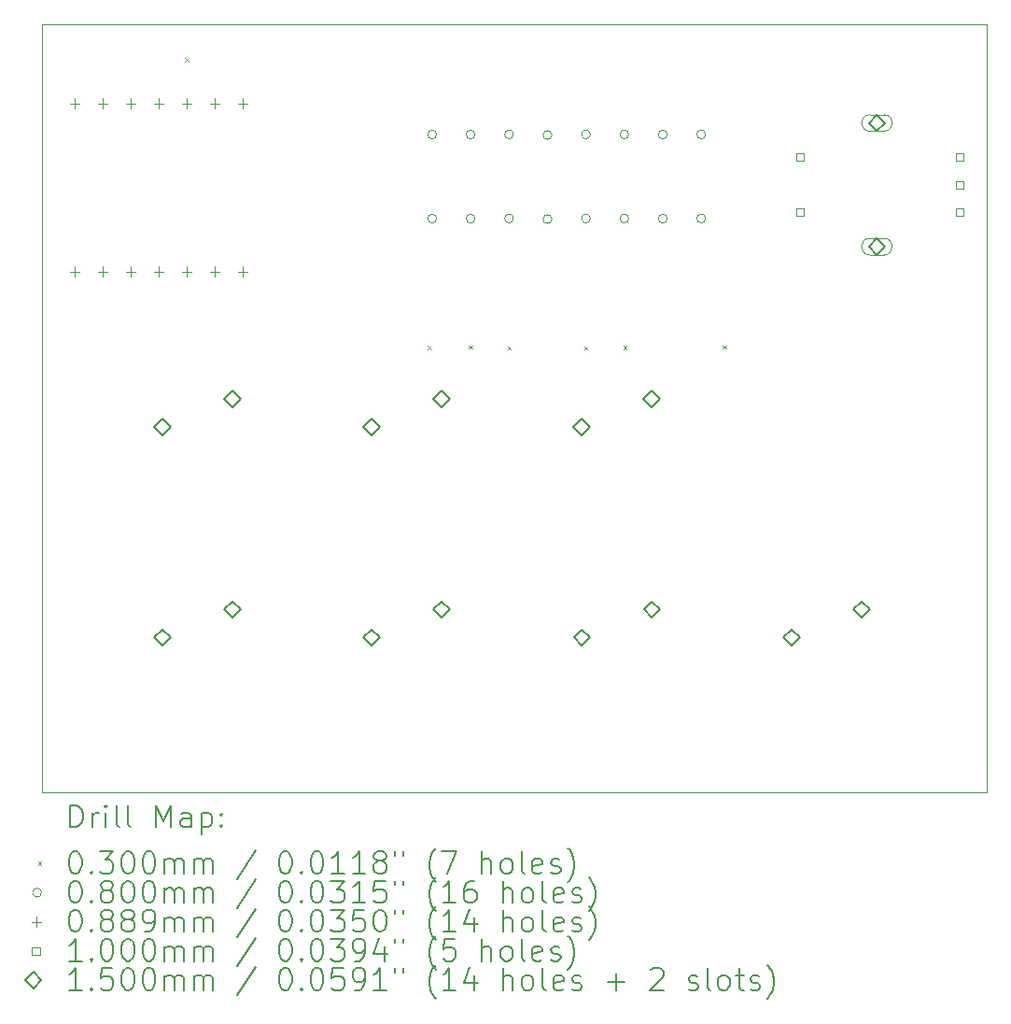
<source format=gbr>
%TF.GenerationSoftware,KiCad,Pcbnew,9.0.7*%
%TF.CreationDate,2026-02-20T22:19:02+01:00*%
%TF.ProjectId,Schematic.kicad_pcb_2,53636865-6d61-4746-9963-2e6b69636164,rev?*%
%TF.SameCoordinates,Original*%
%TF.FileFunction,Drillmap*%
%TF.FilePolarity,Positive*%
%FSLAX45Y45*%
G04 Gerber Fmt 4.5, Leading zero omitted, Abs format (unit mm)*
G04 Created by KiCad (PCBNEW 9.0.7) date 2026-02-20 22:19:02*
%MOMM*%
%LPD*%
G01*
G04 APERTURE LIST*
%ADD10C,0.050000*%
%ADD11C,0.200000*%
%ADD12C,0.100000*%
%ADD13C,0.150000*%
G04 APERTURE END LIST*
D10*
X1800000Y-1494375D02*
X10372500Y-1494375D01*
X10372500Y-8458125D01*
X1800000Y-8458125D01*
X1800000Y-1494375D01*
D11*
D12*
X3101000Y-1804800D02*
X3131000Y-1834800D01*
X3131000Y-1804800D02*
X3101000Y-1834800D01*
X5300071Y-4410071D02*
X5330071Y-4440071D01*
X5330071Y-4410071D02*
X5300071Y-4440071D01*
X5675000Y-4405000D02*
X5705000Y-4435000D01*
X5705000Y-4405000D02*
X5675000Y-4435000D01*
X6023393Y-4413393D02*
X6053393Y-4443393D01*
X6053393Y-4413393D02*
X6023393Y-4443393D01*
X6720536Y-4415000D02*
X6750536Y-4445000D01*
X6750536Y-4415000D02*
X6720536Y-4445000D01*
X7074554Y-4409554D02*
X7104554Y-4439554D01*
X7104554Y-4409554D02*
X7074554Y-4439554D01*
X7975000Y-4405000D02*
X8005000Y-4435000D01*
X8005000Y-4405000D02*
X7975000Y-4435000D01*
X5381250Y-2494000D02*
G75*
G02*
X5301250Y-2494000I-40000J0D01*
G01*
X5301250Y-2494000D02*
G75*
G02*
X5381250Y-2494000I40000J0D01*
G01*
X5381250Y-3256000D02*
G75*
G02*
X5301250Y-3256000I-40000J0D01*
G01*
X5301250Y-3256000D02*
G75*
G02*
X5381250Y-3256000I40000J0D01*
G01*
X5729821Y-2494000D02*
G75*
G02*
X5649821Y-2494000I-40000J0D01*
G01*
X5649821Y-2494000D02*
G75*
G02*
X5729821Y-2494000I40000J0D01*
G01*
X5729821Y-3256000D02*
G75*
G02*
X5649821Y-3256000I-40000J0D01*
G01*
X5649821Y-3256000D02*
G75*
G02*
X5729821Y-3256000I40000J0D01*
G01*
X6078393Y-2494000D02*
G75*
G02*
X5998393Y-2494000I-40000J0D01*
G01*
X5998393Y-2494000D02*
G75*
G02*
X6078393Y-2494000I40000J0D01*
G01*
X6078393Y-3256000D02*
G75*
G02*
X5998393Y-3256000I-40000J0D01*
G01*
X5998393Y-3256000D02*
G75*
G02*
X6078393Y-3256000I40000J0D01*
G01*
X6426964Y-2500000D02*
G75*
G02*
X6346964Y-2500000I-40000J0D01*
G01*
X6346964Y-2500000D02*
G75*
G02*
X6426964Y-2500000I40000J0D01*
G01*
X6426964Y-3262000D02*
G75*
G02*
X6346964Y-3262000I-40000J0D01*
G01*
X6346964Y-3262000D02*
G75*
G02*
X6426964Y-3262000I40000J0D01*
G01*
X6775536Y-2494000D02*
G75*
G02*
X6695536Y-2494000I-40000J0D01*
G01*
X6695536Y-2494000D02*
G75*
G02*
X6775536Y-2494000I40000J0D01*
G01*
X6775536Y-3256000D02*
G75*
G02*
X6695536Y-3256000I-40000J0D01*
G01*
X6695536Y-3256000D02*
G75*
G02*
X6775536Y-3256000I40000J0D01*
G01*
X7124107Y-2494000D02*
G75*
G02*
X7044107Y-2494000I-40000J0D01*
G01*
X7044107Y-2494000D02*
G75*
G02*
X7124107Y-2494000I40000J0D01*
G01*
X7124107Y-3256000D02*
G75*
G02*
X7044107Y-3256000I-40000J0D01*
G01*
X7044107Y-3256000D02*
G75*
G02*
X7124107Y-3256000I40000J0D01*
G01*
X7472679Y-2494000D02*
G75*
G02*
X7392679Y-2494000I-40000J0D01*
G01*
X7392679Y-2494000D02*
G75*
G02*
X7472679Y-2494000I40000J0D01*
G01*
X7472679Y-3256000D02*
G75*
G02*
X7392679Y-3256000I-40000J0D01*
G01*
X7392679Y-3256000D02*
G75*
G02*
X7472679Y-3256000I40000J0D01*
G01*
X7821250Y-2494000D02*
G75*
G02*
X7741250Y-2494000I-40000J0D01*
G01*
X7741250Y-2494000D02*
G75*
G02*
X7821250Y-2494000I40000J0D01*
G01*
X7821250Y-3256000D02*
G75*
G02*
X7741250Y-3256000I-40000J0D01*
G01*
X7741250Y-3256000D02*
G75*
G02*
X7821250Y-3256000I40000J0D01*
G01*
X2100000Y-2168550D02*
X2100000Y-2257450D01*
X2055550Y-2213000D02*
X2144450Y-2213000D01*
X2100000Y-3692550D02*
X2100000Y-3781450D01*
X2055550Y-3737000D02*
X2144450Y-3737000D01*
X2354000Y-2168550D02*
X2354000Y-2257450D01*
X2309550Y-2213000D02*
X2398450Y-2213000D01*
X2354000Y-3692550D02*
X2354000Y-3781450D01*
X2309550Y-3737000D02*
X2398450Y-3737000D01*
X2608000Y-2168550D02*
X2608000Y-2257450D01*
X2563550Y-2213000D02*
X2652450Y-2213000D01*
X2608000Y-3692550D02*
X2608000Y-3781450D01*
X2563550Y-3737000D02*
X2652450Y-3737000D01*
X2862000Y-2168550D02*
X2862000Y-2257450D01*
X2817550Y-2213000D02*
X2906450Y-2213000D01*
X2862000Y-3692550D02*
X2862000Y-3781450D01*
X2817550Y-3737000D02*
X2906450Y-3737000D01*
X3116000Y-2168550D02*
X3116000Y-2257450D01*
X3071550Y-2213000D02*
X3160450Y-2213000D01*
X3116000Y-3692550D02*
X3116000Y-3781450D01*
X3071550Y-3737000D02*
X3160450Y-3737000D01*
X3370000Y-2168550D02*
X3370000Y-2257450D01*
X3325550Y-2213000D02*
X3414450Y-2213000D01*
X3370000Y-3692550D02*
X3370000Y-3781450D01*
X3325550Y-3737000D02*
X3414450Y-3737000D01*
X3624000Y-2168550D02*
X3624000Y-2257450D01*
X3579550Y-2213000D02*
X3668450Y-2213000D01*
X3624000Y-3692550D02*
X3624000Y-3781450D01*
X3579550Y-3737000D02*
X3668450Y-3737000D01*
X8710356Y-2735356D02*
X8710356Y-2664644D01*
X8639644Y-2664644D01*
X8639644Y-2735356D01*
X8710356Y-2735356D01*
X8710356Y-3235356D02*
X8710356Y-3164644D01*
X8639644Y-3164644D01*
X8639644Y-3235356D01*
X8710356Y-3235356D01*
X10160356Y-2735356D02*
X10160356Y-2664644D01*
X10089644Y-2664644D01*
X10089644Y-2735356D01*
X10160356Y-2735356D01*
X10160356Y-2985356D02*
X10160356Y-2914644D01*
X10089644Y-2914644D01*
X10089644Y-2985356D01*
X10160356Y-2985356D01*
X10160356Y-3235356D02*
X10160356Y-3164644D01*
X10089644Y-3164644D01*
X10089644Y-3235356D01*
X10160356Y-3235356D01*
D13*
X2894000Y-5221000D02*
X2969000Y-5146000D01*
X2894000Y-5071000D01*
X2819000Y-5146000D01*
X2894000Y-5221000D01*
X2894000Y-7129000D02*
X2969000Y-7054000D01*
X2894000Y-6979000D01*
X2819000Y-7054000D01*
X2894000Y-7129000D01*
X3529000Y-4967000D02*
X3604000Y-4892000D01*
X3529000Y-4817000D01*
X3454000Y-4892000D01*
X3529000Y-4967000D01*
X3529000Y-6875000D02*
X3604000Y-6800000D01*
X3529000Y-6725000D01*
X3454000Y-6800000D01*
X3529000Y-6875000D01*
X4794000Y-5221000D02*
X4869000Y-5146000D01*
X4794000Y-5071000D01*
X4719000Y-5146000D01*
X4794000Y-5221000D01*
X4794000Y-7129000D02*
X4869000Y-7054000D01*
X4794000Y-6979000D01*
X4719000Y-7054000D01*
X4794000Y-7129000D01*
X5429000Y-4967000D02*
X5504000Y-4892000D01*
X5429000Y-4817000D01*
X5354000Y-4892000D01*
X5429000Y-4967000D01*
X5429000Y-6875000D02*
X5504000Y-6800000D01*
X5429000Y-6725000D01*
X5354000Y-6800000D01*
X5429000Y-6875000D01*
X6694000Y-5221000D02*
X6769000Y-5146000D01*
X6694000Y-5071000D01*
X6619000Y-5146000D01*
X6694000Y-5221000D01*
X6700000Y-7129000D02*
X6775000Y-7054000D01*
X6700000Y-6979000D01*
X6625000Y-7054000D01*
X6700000Y-7129000D01*
X7329000Y-4967000D02*
X7404000Y-4892000D01*
X7329000Y-4817000D01*
X7254000Y-4892000D01*
X7329000Y-4967000D01*
X7335000Y-6875000D02*
X7410000Y-6800000D01*
X7335000Y-6725000D01*
X7260000Y-6800000D01*
X7335000Y-6875000D01*
X8600000Y-7129000D02*
X8675000Y-7054000D01*
X8600000Y-6979000D01*
X8525000Y-7054000D01*
X8600000Y-7129000D01*
X9235000Y-6875000D02*
X9310000Y-6800000D01*
X9235000Y-6725000D01*
X9160000Y-6800000D01*
X9235000Y-6875000D01*
X9375000Y-2465000D02*
X9450000Y-2390000D01*
X9375000Y-2315000D01*
X9300000Y-2390000D01*
X9375000Y-2465000D01*
D12*
X9440000Y-2315000D02*
X9310000Y-2315000D01*
X9310000Y-2465000D02*
G75*
G02*
X9310000Y-2315000I0J75000D01*
G01*
X9310000Y-2465000D02*
X9440000Y-2465000D01*
X9440000Y-2465000D02*
G75*
G03*
X9440000Y-2315000I0J75000D01*
G01*
D13*
X9375000Y-3585000D02*
X9450000Y-3510000D01*
X9375000Y-3435000D01*
X9300000Y-3510000D01*
X9375000Y-3585000D01*
D12*
X9440000Y-3435000D02*
X9310000Y-3435000D01*
X9310000Y-3585000D02*
G75*
G02*
X9310000Y-3435000I0J75000D01*
G01*
X9310000Y-3585000D02*
X9440000Y-3585000D01*
X9440000Y-3585000D02*
G75*
G03*
X9440000Y-3435000I0J75000D01*
G01*
D11*
X2058277Y-8772109D02*
X2058277Y-8572109D01*
X2058277Y-8572109D02*
X2105896Y-8572109D01*
X2105896Y-8572109D02*
X2134467Y-8581633D01*
X2134467Y-8581633D02*
X2153515Y-8600680D01*
X2153515Y-8600680D02*
X2163039Y-8619728D01*
X2163039Y-8619728D02*
X2172563Y-8657823D01*
X2172563Y-8657823D02*
X2172563Y-8686395D01*
X2172563Y-8686395D02*
X2163039Y-8724490D01*
X2163039Y-8724490D02*
X2153515Y-8743537D01*
X2153515Y-8743537D02*
X2134467Y-8762585D01*
X2134467Y-8762585D02*
X2105896Y-8772109D01*
X2105896Y-8772109D02*
X2058277Y-8772109D01*
X2258277Y-8772109D02*
X2258277Y-8638775D01*
X2258277Y-8676871D02*
X2267801Y-8657823D01*
X2267801Y-8657823D02*
X2277324Y-8648299D01*
X2277324Y-8648299D02*
X2296372Y-8638775D01*
X2296372Y-8638775D02*
X2315420Y-8638775D01*
X2382086Y-8772109D02*
X2382086Y-8638775D01*
X2382086Y-8572109D02*
X2372563Y-8581633D01*
X2372563Y-8581633D02*
X2382086Y-8591156D01*
X2382086Y-8591156D02*
X2391610Y-8581633D01*
X2391610Y-8581633D02*
X2382086Y-8572109D01*
X2382086Y-8572109D02*
X2382086Y-8591156D01*
X2505896Y-8772109D02*
X2486848Y-8762585D01*
X2486848Y-8762585D02*
X2477324Y-8743537D01*
X2477324Y-8743537D02*
X2477324Y-8572109D01*
X2610658Y-8772109D02*
X2591610Y-8762585D01*
X2591610Y-8762585D02*
X2582086Y-8743537D01*
X2582086Y-8743537D02*
X2582086Y-8572109D01*
X2839229Y-8772109D02*
X2839229Y-8572109D01*
X2839229Y-8572109D02*
X2905896Y-8714966D01*
X2905896Y-8714966D02*
X2972562Y-8572109D01*
X2972562Y-8572109D02*
X2972562Y-8772109D01*
X3153515Y-8772109D02*
X3153515Y-8667347D01*
X3153515Y-8667347D02*
X3143991Y-8648299D01*
X3143991Y-8648299D02*
X3124943Y-8638775D01*
X3124943Y-8638775D02*
X3086848Y-8638775D01*
X3086848Y-8638775D02*
X3067801Y-8648299D01*
X3153515Y-8762585D02*
X3134467Y-8772109D01*
X3134467Y-8772109D02*
X3086848Y-8772109D01*
X3086848Y-8772109D02*
X3067801Y-8762585D01*
X3067801Y-8762585D02*
X3058277Y-8743537D01*
X3058277Y-8743537D02*
X3058277Y-8724490D01*
X3058277Y-8724490D02*
X3067801Y-8705442D01*
X3067801Y-8705442D02*
X3086848Y-8695918D01*
X3086848Y-8695918D02*
X3134467Y-8695918D01*
X3134467Y-8695918D02*
X3153515Y-8686395D01*
X3248753Y-8638775D02*
X3248753Y-8838775D01*
X3248753Y-8648299D02*
X3267801Y-8638775D01*
X3267801Y-8638775D02*
X3305896Y-8638775D01*
X3305896Y-8638775D02*
X3324943Y-8648299D01*
X3324943Y-8648299D02*
X3334467Y-8657823D01*
X3334467Y-8657823D02*
X3343991Y-8676871D01*
X3343991Y-8676871D02*
X3343991Y-8734014D01*
X3343991Y-8734014D02*
X3334467Y-8753061D01*
X3334467Y-8753061D02*
X3324943Y-8762585D01*
X3324943Y-8762585D02*
X3305896Y-8772109D01*
X3305896Y-8772109D02*
X3267801Y-8772109D01*
X3267801Y-8772109D02*
X3248753Y-8762585D01*
X3429705Y-8753061D02*
X3439229Y-8762585D01*
X3439229Y-8762585D02*
X3429705Y-8772109D01*
X3429705Y-8772109D02*
X3420182Y-8762585D01*
X3420182Y-8762585D02*
X3429705Y-8753061D01*
X3429705Y-8753061D02*
X3429705Y-8772109D01*
X3429705Y-8648299D02*
X3439229Y-8657823D01*
X3439229Y-8657823D02*
X3429705Y-8667347D01*
X3429705Y-8667347D02*
X3420182Y-8657823D01*
X3420182Y-8657823D02*
X3429705Y-8648299D01*
X3429705Y-8648299D02*
X3429705Y-8667347D01*
D12*
X1767500Y-9085625D02*
X1797500Y-9115625D01*
X1797500Y-9085625D02*
X1767500Y-9115625D01*
D11*
X2096372Y-8992109D02*
X2115420Y-8992109D01*
X2115420Y-8992109D02*
X2134467Y-9001633D01*
X2134467Y-9001633D02*
X2143991Y-9011156D01*
X2143991Y-9011156D02*
X2153515Y-9030204D01*
X2153515Y-9030204D02*
X2163039Y-9068299D01*
X2163039Y-9068299D02*
X2163039Y-9115918D01*
X2163039Y-9115918D02*
X2153515Y-9154014D01*
X2153515Y-9154014D02*
X2143991Y-9173061D01*
X2143991Y-9173061D02*
X2134467Y-9182585D01*
X2134467Y-9182585D02*
X2115420Y-9192109D01*
X2115420Y-9192109D02*
X2096372Y-9192109D01*
X2096372Y-9192109D02*
X2077324Y-9182585D01*
X2077324Y-9182585D02*
X2067801Y-9173061D01*
X2067801Y-9173061D02*
X2058277Y-9154014D01*
X2058277Y-9154014D02*
X2048753Y-9115918D01*
X2048753Y-9115918D02*
X2048753Y-9068299D01*
X2048753Y-9068299D02*
X2058277Y-9030204D01*
X2058277Y-9030204D02*
X2067801Y-9011156D01*
X2067801Y-9011156D02*
X2077324Y-9001633D01*
X2077324Y-9001633D02*
X2096372Y-8992109D01*
X2248753Y-9173061D02*
X2258277Y-9182585D01*
X2258277Y-9182585D02*
X2248753Y-9192109D01*
X2248753Y-9192109D02*
X2239229Y-9182585D01*
X2239229Y-9182585D02*
X2248753Y-9173061D01*
X2248753Y-9173061D02*
X2248753Y-9192109D01*
X2324944Y-8992109D02*
X2448753Y-8992109D01*
X2448753Y-8992109D02*
X2382086Y-9068299D01*
X2382086Y-9068299D02*
X2410658Y-9068299D01*
X2410658Y-9068299D02*
X2429705Y-9077823D01*
X2429705Y-9077823D02*
X2439229Y-9087347D01*
X2439229Y-9087347D02*
X2448753Y-9106395D01*
X2448753Y-9106395D02*
X2448753Y-9154014D01*
X2448753Y-9154014D02*
X2439229Y-9173061D01*
X2439229Y-9173061D02*
X2429705Y-9182585D01*
X2429705Y-9182585D02*
X2410658Y-9192109D01*
X2410658Y-9192109D02*
X2353515Y-9192109D01*
X2353515Y-9192109D02*
X2334467Y-9182585D01*
X2334467Y-9182585D02*
X2324944Y-9173061D01*
X2572563Y-8992109D02*
X2591610Y-8992109D01*
X2591610Y-8992109D02*
X2610658Y-9001633D01*
X2610658Y-9001633D02*
X2620182Y-9011156D01*
X2620182Y-9011156D02*
X2629705Y-9030204D01*
X2629705Y-9030204D02*
X2639229Y-9068299D01*
X2639229Y-9068299D02*
X2639229Y-9115918D01*
X2639229Y-9115918D02*
X2629705Y-9154014D01*
X2629705Y-9154014D02*
X2620182Y-9173061D01*
X2620182Y-9173061D02*
X2610658Y-9182585D01*
X2610658Y-9182585D02*
X2591610Y-9192109D01*
X2591610Y-9192109D02*
X2572563Y-9192109D01*
X2572563Y-9192109D02*
X2553515Y-9182585D01*
X2553515Y-9182585D02*
X2543991Y-9173061D01*
X2543991Y-9173061D02*
X2534467Y-9154014D01*
X2534467Y-9154014D02*
X2524944Y-9115918D01*
X2524944Y-9115918D02*
X2524944Y-9068299D01*
X2524944Y-9068299D02*
X2534467Y-9030204D01*
X2534467Y-9030204D02*
X2543991Y-9011156D01*
X2543991Y-9011156D02*
X2553515Y-9001633D01*
X2553515Y-9001633D02*
X2572563Y-8992109D01*
X2763039Y-8992109D02*
X2782086Y-8992109D01*
X2782086Y-8992109D02*
X2801134Y-9001633D01*
X2801134Y-9001633D02*
X2810658Y-9011156D01*
X2810658Y-9011156D02*
X2820182Y-9030204D01*
X2820182Y-9030204D02*
X2829705Y-9068299D01*
X2829705Y-9068299D02*
X2829705Y-9115918D01*
X2829705Y-9115918D02*
X2820182Y-9154014D01*
X2820182Y-9154014D02*
X2810658Y-9173061D01*
X2810658Y-9173061D02*
X2801134Y-9182585D01*
X2801134Y-9182585D02*
X2782086Y-9192109D01*
X2782086Y-9192109D02*
X2763039Y-9192109D01*
X2763039Y-9192109D02*
X2743991Y-9182585D01*
X2743991Y-9182585D02*
X2734467Y-9173061D01*
X2734467Y-9173061D02*
X2724944Y-9154014D01*
X2724944Y-9154014D02*
X2715420Y-9115918D01*
X2715420Y-9115918D02*
X2715420Y-9068299D01*
X2715420Y-9068299D02*
X2724944Y-9030204D01*
X2724944Y-9030204D02*
X2734467Y-9011156D01*
X2734467Y-9011156D02*
X2743991Y-9001633D01*
X2743991Y-9001633D02*
X2763039Y-8992109D01*
X2915420Y-9192109D02*
X2915420Y-9058775D01*
X2915420Y-9077823D02*
X2924943Y-9068299D01*
X2924943Y-9068299D02*
X2943991Y-9058775D01*
X2943991Y-9058775D02*
X2972563Y-9058775D01*
X2972563Y-9058775D02*
X2991610Y-9068299D01*
X2991610Y-9068299D02*
X3001134Y-9087347D01*
X3001134Y-9087347D02*
X3001134Y-9192109D01*
X3001134Y-9087347D02*
X3010658Y-9068299D01*
X3010658Y-9068299D02*
X3029705Y-9058775D01*
X3029705Y-9058775D02*
X3058277Y-9058775D01*
X3058277Y-9058775D02*
X3077324Y-9068299D01*
X3077324Y-9068299D02*
X3086848Y-9087347D01*
X3086848Y-9087347D02*
X3086848Y-9192109D01*
X3182086Y-9192109D02*
X3182086Y-9058775D01*
X3182086Y-9077823D02*
X3191610Y-9068299D01*
X3191610Y-9068299D02*
X3210658Y-9058775D01*
X3210658Y-9058775D02*
X3239229Y-9058775D01*
X3239229Y-9058775D02*
X3258277Y-9068299D01*
X3258277Y-9068299D02*
X3267801Y-9087347D01*
X3267801Y-9087347D02*
X3267801Y-9192109D01*
X3267801Y-9087347D02*
X3277324Y-9068299D01*
X3277324Y-9068299D02*
X3296372Y-9058775D01*
X3296372Y-9058775D02*
X3324943Y-9058775D01*
X3324943Y-9058775D02*
X3343991Y-9068299D01*
X3343991Y-9068299D02*
X3353515Y-9087347D01*
X3353515Y-9087347D02*
X3353515Y-9192109D01*
X3743991Y-8982585D02*
X3572563Y-9239728D01*
X4001134Y-8992109D02*
X4020182Y-8992109D01*
X4020182Y-8992109D02*
X4039229Y-9001633D01*
X4039229Y-9001633D02*
X4048753Y-9011156D01*
X4048753Y-9011156D02*
X4058277Y-9030204D01*
X4058277Y-9030204D02*
X4067801Y-9068299D01*
X4067801Y-9068299D02*
X4067801Y-9115918D01*
X4067801Y-9115918D02*
X4058277Y-9154014D01*
X4058277Y-9154014D02*
X4048753Y-9173061D01*
X4048753Y-9173061D02*
X4039229Y-9182585D01*
X4039229Y-9182585D02*
X4020182Y-9192109D01*
X4020182Y-9192109D02*
X4001134Y-9192109D01*
X4001134Y-9192109D02*
X3982086Y-9182585D01*
X3982086Y-9182585D02*
X3972563Y-9173061D01*
X3972563Y-9173061D02*
X3963039Y-9154014D01*
X3963039Y-9154014D02*
X3953515Y-9115918D01*
X3953515Y-9115918D02*
X3953515Y-9068299D01*
X3953515Y-9068299D02*
X3963039Y-9030204D01*
X3963039Y-9030204D02*
X3972563Y-9011156D01*
X3972563Y-9011156D02*
X3982086Y-9001633D01*
X3982086Y-9001633D02*
X4001134Y-8992109D01*
X4153515Y-9173061D02*
X4163039Y-9182585D01*
X4163039Y-9182585D02*
X4153515Y-9192109D01*
X4153515Y-9192109D02*
X4143991Y-9182585D01*
X4143991Y-9182585D02*
X4153515Y-9173061D01*
X4153515Y-9173061D02*
X4153515Y-9192109D01*
X4286848Y-8992109D02*
X4305896Y-8992109D01*
X4305896Y-8992109D02*
X4324944Y-9001633D01*
X4324944Y-9001633D02*
X4334468Y-9011156D01*
X4334468Y-9011156D02*
X4343991Y-9030204D01*
X4343991Y-9030204D02*
X4353515Y-9068299D01*
X4353515Y-9068299D02*
X4353515Y-9115918D01*
X4353515Y-9115918D02*
X4343991Y-9154014D01*
X4343991Y-9154014D02*
X4334468Y-9173061D01*
X4334468Y-9173061D02*
X4324944Y-9182585D01*
X4324944Y-9182585D02*
X4305896Y-9192109D01*
X4305896Y-9192109D02*
X4286848Y-9192109D01*
X4286848Y-9192109D02*
X4267801Y-9182585D01*
X4267801Y-9182585D02*
X4258277Y-9173061D01*
X4258277Y-9173061D02*
X4248753Y-9154014D01*
X4248753Y-9154014D02*
X4239229Y-9115918D01*
X4239229Y-9115918D02*
X4239229Y-9068299D01*
X4239229Y-9068299D02*
X4248753Y-9030204D01*
X4248753Y-9030204D02*
X4258277Y-9011156D01*
X4258277Y-9011156D02*
X4267801Y-9001633D01*
X4267801Y-9001633D02*
X4286848Y-8992109D01*
X4543991Y-9192109D02*
X4429706Y-9192109D01*
X4486848Y-9192109D02*
X4486848Y-8992109D01*
X4486848Y-8992109D02*
X4467801Y-9020680D01*
X4467801Y-9020680D02*
X4448753Y-9039728D01*
X4448753Y-9039728D02*
X4429706Y-9049252D01*
X4734468Y-9192109D02*
X4620182Y-9192109D01*
X4677325Y-9192109D02*
X4677325Y-8992109D01*
X4677325Y-8992109D02*
X4658277Y-9020680D01*
X4658277Y-9020680D02*
X4639229Y-9039728D01*
X4639229Y-9039728D02*
X4620182Y-9049252D01*
X4848753Y-9077823D02*
X4829706Y-9068299D01*
X4829706Y-9068299D02*
X4820182Y-9058775D01*
X4820182Y-9058775D02*
X4810658Y-9039728D01*
X4810658Y-9039728D02*
X4810658Y-9030204D01*
X4810658Y-9030204D02*
X4820182Y-9011156D01*
X4820182Y-9011156D02*
X4829706Y-9001633D01*
X4829706Y-9001633D02*
X4848753Y-8992109D01*
X4848753Y-8992109D02*
X4886849Y-8992109D01*
X4886849Y-8992109D02*
X4905896Y-9001633D01*
X4905896Y-9001633D02*
X4915420Y-9011156D01*
X4915420Y-9011156D02*
X4924944Y-9030204D01*
X4924944Y-9030204D02*
X4924944Y-9039728D01*
X4924944Y-9039728D02*
X4915420Y-9058775D01*
X4915420Y-9058775D02*
X4905896Y-9068299D01*
X4905896Y-9068299D02*
X4886849Y-9077823D01*
X4886849Y-9077823D02*
X4848753Y-9077823D01*
X4848753Y-9077823D02*
X4829706Y-9087347D01*
X4829706Y-9087347D02*
X4820182Y-9096871D01*
X4820182Y-9096871D02*
X4810658Y-9115918D01*
X4810658Y-9115918D02*
X4810658Y-9154014D01*
X4810658Y-9154014D02*
X4820182Y-9173061D01*
X4820182Y-9173061D02*
X4829706Y-9182585D01*
X4829706Y-9182585D02*
X4848753Y-9192109D01*
X4848753Y-9192109D02*
X4886849Y-9192109D01*
X4886849Y-9192109D02*
X4905896Y-9182585D01*
X4905896Y-9182585D02*
X4915420Y-9173061D01*
X4915420Y-9173061D02*
X4924944Y-9154014D01*
X4924944Y-9154014D02*
X4924944Y-9115918D01*
X4924944Y-9115918D02*
X4915420Y-9096871D01*
X4915420Y-9096871D02*
X4905896Y-9087347D01*
X4905896Y-9087347D02*
X4886849Y-9077823D01*
X5001134Y-8992109D02*
X5001134Y-9030204D01*
X5077325Y-8992109D02*
X5077325Y-9030204D01*
X5372563Y-9268299D02*
X5363039Y-9258775D01*
X5363039Y-9258775D02*
X5343991Y-9230204D01*
X5343991Y-9230204D02*
X5334468Y-9211156D01*
X5334468Y-9211156D02*
X5324944Y-9182585D01*
X5324944Y-9182585D02*
X5315420Y-9134966D01*
X5315420Y-9134966D02*
X5315420Y-9096871D01*
X5315420Y-9096871D02*
X5324944Y-9049252D01*
X5324944Y-9049252D02*
X5334468Y-9020680D01*
X5334468Y-9020680D02*
X5343991Y-9001633D01*
X5343991Y-9001633D02*
X5363039Y-8973061D01*
X5363039Y-8973061D02*
X5372563Y-8963537D01*
X5429706Y-8992109D02*
X5563039Y-8992109D01*
X5563039Y-8992109D02*
X5477325Y-9192109D01*
X5791610Y-9192109D02*
X5791610Y-8992109D01*
X5877325Y-9192109D02*
X5877325Y-9087347D01*
X5877325Y-9087347D02*
X5867801Y-9068299D01*
X5867801Y-9068299D02*
X5848753Y-9058775D01*
X5848753Y-9058775D02*
X5820182Y-9058775D01*
X5820182Y-9058775D02*
X5801134Y-9068299D01*
X5801134Y-9068299D02*
X5791610Y-9077823D01*
X6001134Y-9192109D02*
X5982087Y-9182585D01*
X5982087Y-9182585D02*
X5972563Y-9173061D01*
X5972563Y-9173061D02*
X5963039Y-9154014D01*
X5963039Y-9154014D02*
X5963039Y-9096871D01*
X5963039Y-9096871D02*
X5972563Y-9077823D01*
X5972563Y-9077823D02*
X5982087Y-9068299D01*
X5982087Y-9068299D02*
X6001134Y-9058775D01*
X6001134Y-9058775D02*
X6029706Y-9058775D01*
X6029706Y-9058775D02*
X6048753Y-9068299D01*
X6048753Y-9068299D02*
X6058277Y-9077823D01*
X6058277Y-9077823D02*
X6067801Y-9096871D01*
X6067801Y-9096871D02*
X6067801Y-9154014D01*
X6067801Y-9154014D02*
X6058277Y-9173061D01*
X6058277Y-9173061D02*
X6048753Y-9182585D01*
X6048753Y-9182585D02*
X6029706Y-9192109D01*
X6029706Y-9192109D02*
X6001134Y-9192109D01*
X6182087Y-9192109D02*
X6163039Y-9182585D01*
X6163039Y-9182585D02*
X6153515Y-9163537D01*
X6153515Y-9163537D02*
X6153515Y-8992109D01*
X6334468Y-9182585D02*
X6315420Y-9192109D01*
X6315420Y-9192109D02*
X6277325Y-9192109D01*
X6277325Y-9192109D02*
X6258277Y-9182585D01*
X6258277Y-9182585D02*
X6248753Y-9163537D01*
X6248753Y-9163537D02*
X6248753Y-9087347D01*
X6248753Y-9087347D02*
X6258277Y-9068299D01*
X6258277Y-9068299D02*
X6277325Y-9058775D01*
X6277325Y-9058775D02*
X6315420Y-9058775D01*
X6315420Y-9058775D02*
X6334468Y-9068299D01*
X6334468Y-9068299D02*
X6343991Y-9087347D01*
X6343991Y-9087347D02*
X6343991Y-9106395D01*
X6343991Y-9106395D02*
X6248753Y-9125442D01*
X6420182Y-9182585D02*
X6439230Y-9192109D01*
X6439230Y-9192109D02*
X6477325Y-9192109D01*
X6477325Y-9192109D02*
X6496372Y-9182585D01*
X6496372Y-9182585D02*
X6505896Y-9163537D01*
X6505896Y-9163537D02*
X6505896Y-9154014D01*
X6505896Y-9154014D02*
X6496372Y-9134966D01*
X6496372Y-9134966D02*
X6477325Y-9125442D01*
X6477325Y-9125442D02*
X6448753Y-9125442D01*
X6448753Y-9125442D02*
X6429706Y-9115918D01*
X6429706Y-9115918D02*
X6420182Y-9096871D01*
X6420182Y-9096871D02*
X6420182Y-9087347D01*
X6420182Y-9087347D02*
X6429706Y-9068299D01*
X6429706Y-9068299D02*
X6448753Y-9058775D01*
X6448753Y-9058775D02*
X6477325Y-9058775D01*
X6477325Y-9058775D02*
X6496372Y-9068299D01*
X6572563Y-9268299D02*
X6582087Y-9258775D01*
X6582087Y-9258775D02*
X6601134Y-9230204D01*
X6601134Y-9230204D02*
X6610658Y-9211156D01*
X6610658Y-9211156D02*
X6620182Y-9182585D01*
X6620182Y-9182585D02*
X6629706Y-9134966D01*
X6629706Y-9134966D02*
X6629706Y-9096871D01*
X6629706Y-9096871D02*
X6620182Y-9049252D01*
X6620182Y-9049252D02*
X6610658Y-9020680D01*
X6610658Y-9020680D02*
X6601134Y-9001633D01*
X6601134Y-9001633D02*
X6582087Y-8973061D01*
X6582087Y-8973061D02*
X6572563Y-8963537D01*
D12*
X1797500Y-9364625D02*
G75*
G02*
X1717500Y-9364625I-40000J0D01*
G01*
X1717500Y-9364625D02*
G75*
G02*
X1797500Y-9364625I40000J0D01*
G01*
D11*
X2096372Y-9256109D02*
X2115420Y-9256109D01*
X2115420Y-9256109D02*
X2134467Y-9265633D01*
X2134467Y-9265633D02*
X2143991Y-9275156D01*
X2143991Y-9275156D02*
X2153515Y-9294204D01*
X2153515Y-9294204D02*
X2163039Y-9332299D01*
X2163039Y-9332299D02*
X2163039Y-9379918D01*
X2163039Y-9379918D02*
X2153515Y-9418014D01*
X2153515Y-9418014D02*
X2143991Y-9437061D01*
X2143991Y-9437061D02*
X2134467Y-9446585D01*
X2134467Y-9446585D02*
X2115420Y-9456109D01*
X2115420Y-9456109D02*
X2096372Y-9456109D01*
X2096372Y-9456109D02*
X2077324Y-9446585D01*
X2077324Y-9446585D02*
X2067801Y-9437061D01*
X2067801Y-9437061D02*
X2058277Y-9418014D01*
X2058277Y-9418014D02*
X2048753Y-9379918D01*
X2048753Y-9379918D02*
X2048753Y-9332299D01*
X2048753Y-9332299D02*
X2058277Y-9294204D01*
X2058277Y-9294204D02*
X2067801Y-9275156D01*
X2067801Y-9275156D02*
X2077324Y-9265633D01*
X2077324Y-9265633D02*
X2096372Y-9256109D01*
X2248753Y-9437061D02*
X2258277Y-9446585D01*
X2258277Y-9446585D02*
X2248753Y-9456109D01*
X2248753Y-9456109D02*
X2239229Y-9446585D01*
X2239229Y-9446585D02*
X2248753Y-9437061D01*
X2248753Y-9437061D02*
X2248753Y-9456109D01*
X2372563Y-9341823D02*
X2353515Y-9332299D01*
X2353515Y-9332299D02*
X2343991Y-9322775D01*
X2343991Y-9322775D02*
X2334467Y-9303728D01*
X2334467Y-9303728D02*
X2334467Y-9294204D01*
X2334467Y-9294204D02*
X2343991Y-9275156D01*
X2343991Y-9275156D02*
X2353515Y-9265633D01*
X2353515Y-9265633D02*
X2372563Y-9256109D01*
X2372563Y-9256109D02*
X2410658Y-9256109D01*
X2410658Y-9256109D02*
X2429705Y-9265633D01*
X2429705Y-9265633D02*
X2439229Y-9275156D01*
X2439229Y-9275156D02*
X2448753Y-9294204D01*
X2448753Y-9294204D02*
X2448753Y-9303728D01*
X2448753Y-9303728D02*
X2439229Y-9322775D01*
X2439229Y-9322775D02*
X2429705Y-9332299D01*
X2429705Y-9332299D02*
X2410658Y-9341823D01*
X2410658Y-9341823D02*
X2372563Y-9341823D01*
X2372563Y-9341823D02*
X2353515Y-9351347D01*
X2353515Y-9351347D02*
X2343991Y-9360871D01*
X2343991Y-9360871D02*
X2334467Y-9379918D01*
X2334467Y-9379918D02*
X2334467Y-9418014D01*
X2334467Y-9418014D02*
X2343991Y-9437061D01*
X2343991Y-9437061D02*
X2353515Y-9446585D01*
X2353515Y-9446585D02*
X2372563Y-9456109D01*
X2372563Y-9456109D02*
X2410658Y-9456109D01*
X2410658Y-9456109D02*
X2429705Y-9446585D01*
X2429705Y-9446585D02*
X2439229Y-9437061D01*
X2439229Y-9437061D02*
X2448753Y-9418014D01*
X2448753Y-9418014D02*
X2448753Y-9379918D01*
X2448753Y-9379918D02*
X2439229Y-9360871D01*
X2439229Y-9360871D02*
X2429705Y-9351347D01*
X2429705Y-9351347D02*
X2410658Y-9341823D01*
X2572563Y-9256109D02*
X2591610Y-9256109D01*
X2591610Y-9256109D02*
X2610658Y-9265633D01*
X2610658Y-9265633D02*
X2620182Y-9275156D01*
X2620182Y-9275156D02*
X2629705Y-9294204D01*
X2629705Y-9294204D02*
X2639229Y-9332299D01*
X2639229Y-9332299D02*
X2639229Y-9379918D01*
X2639229Y-9379918D02*
X2629705Y-9418014D01*
X2629705Y-9418014D02*
X2620182Y-9437061D01*
X2620182Y-9437061D02*
X2610658Y-9446585D01*
X2610658Y-9446585D02*
X2591610Y-9456109D01*
X2591610Y-9456109D02*
X2572563Y-9456109D01*
X2572563Y-9456109D02*
X2553515Y-9446585D01*
X2553515Y-9446585D02*
X2543991Y-9437061D01*
X2543991Y-9437061D02*
X2534467Y-9418014D01*
X2534467Y-9418014D02*
X2524944Y-9379918D01*
X2524944Y-9379918D02*
X2524944Y-9332299D01*
X2524944Y-9332299D02*
X2534467Y-9294204D01*
X2534467Y-9294204D02*
X2543991Y-9275156D01*
X2543991Y-9275156D02*
X2553515Y-9265633D01*
X2553515Y-9265633D02*
X2572563Y-9256109D01*
X2763039Y-9256109D02*
X2782086Y-9256109D01*
X2782086Y-9256109D02*
X2801134Y-9265633D01*
X2801134Y-9265633D02*
X2810658Y-9275156D01*
X2810658Y-9275156D02*
X2820182Y-9294204D01*
X2820182Y-9294204D02*
X2829705Y-9332299D01*
X2829705Y-9332299D02*
X2829705Y-9379918D01*
X2829705Y-9379918D02*
X2820182Y-9418014D01*
X2820182Y-9418014D02*
X2810658Y-9437061D01*
X2810658Y-9437061D02*
X2801134Y-9446585D01*
X2801134Y-9446585D02*
X2782086Y-9456109D01*
X2782086Y-9456109D02*
X2763039Y-9456109D01*
X2763039Y-9456109D02*
X2743991Y-9446585D01*
X2743991Y-9446585D02*
X2734467Y-9437061D01*
X2734467Y-9437061D02*
X2724944Y-9418014D01*
X2724944Y-9418014D02*
X2715420Y-9379918D01*
X2715420Y-9379918D02*
X2715420Y-9332299D01*
X2715420Y-9332299D02*
X2724944Y-9294204D01*
X2724944Y-9294204D02*
X2734467Y-9275156D01*
X2734467Y-9275156D02*
X2743991Y-9265633D01*
X2743991Y-9265633D02*
X2763039Y-9256109D01*
X2915420Y-9456109D02*
X2915420Y-9322775D01*
X2915420Y-9341823D02*
X2924943Y-9332299D01*
X2924943Y-9332299D02*
X2943991Y-9322775D01*
X2943991Y-9322775D02*
X2972563Y-9322775D01*
X2972563Y-9322775D02*
X2991610Y-9332299D01*
X2991610Y-9332299D02*
X3001134Y-9351347D01*
X3001134Y-9351347D02*
X3001134Y-9456109D01*
X3001134Y-9351347D02*
X3010658Y-9332299D01*
X3010658Y-9332299D02*
X3029705Y-9322775D01*
X3029705Y-9322775D02*
X3058277Y-9322775D01*
X3058277Y-9322775D02*
X3077324Y-9332299D01*
X3077324Y-9332299D02*
X3086848Y-9351347D01*
X3086848Y-9351347D02*
X3086848Y-9456109D01*
X3182086Y-9456109D02*
X3182086Y-9322775D01*
X3182086Y-9341823D02*
X3191610Y-9332299D01*
X3191610Y-9332299D02*
X3210658Y-9322775D01*
X3210658Y-9322775D02*
X3239229Y-9322775D01*
X3239229Y-9322775D02*
X3258277Y-9332299D01*
X3258277Y-9332299D02*
X3267801Y-9351347D01*
X3267801Y-9351347D02*
X3267801Y-9456109D01*
X3267801Y-9351347D02*
X3277324Y-9332299D01*
X3277324Y-9332299D02*
X3296372Y-9322775D01*
X3296372Y-9322775D02*
X3324943Y-9322775D01*
X3324943Y-9322775D02*
X3343991Y-9332299D01*
X3343991Y-9332299D02*
X3353515Y-9351347D01*
X3353515Y-9351347D02*
X3353515Y-9456109D01*
X3743991Y-9246585D02*
X3572563Y-9503728D01*
X4001134Y-9256109D02*
X4020182Y-9256109D01*
X4020182Y-9256109D02*
X4039229Y-9265633D01*
X4039229Y-9265633D02*
X4048753Y-9275156D01*
X4048753Y-9275156D02*
X4058277Y-9294204D01*
X4058277Y-9294204D02*
X4067801Y-9332299D01*
X4067801Y-9332299D02*
X4067801Y-9379918D01*
X4067801Y-9379918D02*
X4058277Y-9418014D01*
X4058277Y-9418014D02*
X4048753Y-9437061D01*
X4048753Y-9437061D02*
X4039229Y-9446585D01*
X4039229Y-9446585D02*
X4020182Y-9456109D01*
X4020182Y-9456109D02*
X4001134Y-9456109D01*
X4001134Y-9456109D02*
X3982086Y-9446585D01*
X3982086Y-9446585D02*
X3972563Y-9437061D01*
X3972563Y-9437061D02*
X3963039Y-9418014D01*
X3963039Y-9418014D02*
X3953515Y-9379918D01*
X3953515Y-9379918D02*
X3953515Y-9332299D01*
X3953515Y-9332299D02*
X3963039Y-9294204D01*
X3963039Y-9294204D02*
X3972563Y-9275156D01*
X3972563Y-9275156D02*
X3982086Y-9265633D01*
X3982086Y-9265633D02*
X4001134Y-9256109D01*
X4153515Y-9437061D02*
X4163039Y-9446585D01*
X4163039Y-9446585D02*
X4153515Y-9456109D01*
X4153515Y-9456109D02*
X4143991Y-9446585D01*
X4143991Y-9446585D02*
X4153515Y-9437061D01*
X4153515Y-9437061D02*
X4153515Y-9456109D01*
X4286848Y-9256109D02*
X4305896Y-9256109D01*
X4305896Y-9256109D02*
X4324944Y-9265633D01*
X4324944Y-9265633D02*
X4334468Y-9275156D01*
X4334468Y-9275156D02*
X4343991Y-9294204D01*
X4343991Y-9294204D02*
X4353515Y-9332299D01*
X4353515Y-9332299D02*
X4353515Y-9379918D01*
X4353515Y-9379918D02*
X4343991Y-9418014D01*
X4343991Y-9418014D02*
X4334468Y-9437061D01*
X4334468Y-9437061D02*
X4324944Y-9446585D01*
X4324944Y-9446585D02*
X4305896Y-9456109D01*
X4305896Y-9456109D02*
X4286848Y-9456109D01*
X4286848Y-9456109D02*
X4267801Y-9446585D01*
X4267801Y-9446585D02*
X4258277Y-9437061D01*
X4258277Y-9437061D02*
X4248753Y-9418014D01*
X4248753Y-9418014D02*
X4239229Y-9379918D01*
X4239229Y-9379918D02*
X4239229Y-9332299D01*
X4239229Y-9332299D02*
X4248753Y-9294204D01*
X4248753Y-9294204D02*
X4258277Y-9275156D01*
X4258277Y-9275156D02*
X4267801Y-9265633D01*
X4267801Y-9265633D02*
X4286848Y-9256109D01*
X4420182Y-9256109D02*
X4543991Y-9256109D01*
X4543991Y-9256109D02*
X4477325Y-9332299D01*
X4477325Y-9332299D02*
X4505896Y-9332299D01*
X4505896Y-9332299D02*
X4524944Y-9341823D01*
X4524944Y-9341823D02*
X4534468Y-9351347D01*
X4534468Y-9351347D02*
X4543991Y-9370395D01*
X4543991Y-9370395D02*
X4543991Y-9418014D01*
X4543991Y-9418014D02*
X4534468Y-9437061D01*
X4534468Y-9437061D02*
X4524944Y-9446585D01*
X4524944Y-9446585D02*
X4505896Y-9456109D01*
X4505896Y-9456109D02*
X4448753Y-9456109D01*
X4448753Y-9456109D02*
X4429706Y-9446585D01*
X4429706Y-9446585D02*
X4420182Y-9437061D01*
X4734468Y-9456109D02*
X4620182Y-9456109D01*
X4677325Y-9456109D02*
X4677325Y-9256109D01*
X4677325Y-9256109D02*
X4658277Y-9284680D01*
X4658277Y-9284680D02*
X4639229Y-9303728D01*
X4639229Y-9303728D02*
X4620182Y-9313252D01*
X4915420Y-9256109D02*
X4820182Y-9256109D01*
X4820182Y-9256109D02*
X4810658Y-9351347D01*
X4810658Y-9351347D02*
X4820182Y-9341823D01*
X4820182Y-9341823D02*
X4839229Y-9332299D01*
X4839229Y-9332299D02*
X4886849Y-9332299D01*
X4886849Y-9332299D02*
X4905896Y-9341823D01*
X4905896Y-9341823D02*
X4915420Y-9351347D01*
X4915420Y-9351347D02*
X4924944Y-9370395D01*
X4924944Y-9370395D02*
X4924944Y-9418014D01*
X4924944Y-9418014D02*
X4915420Y-9437061D01*
X4915420Y-9437061D02*
X4905896Y-9446585D01*
X4905896Y-9446585D02*
X4886849Y-9456109D01*
X4886849Y-9456109D02*
X4839229Y-9456109D01*
X4839229Y-9456109D02*
X4820182Y-9446585D01*
X4820182Y-9446585D02*
X4810658Y-9437061D01*
X5001134Y-9256109D02*
X5001134Y-9294204D01*
X5077325Y-9256109D02*
X5077325Y-9294204D01*
X5372563Y-9532299D02*
X5363039Y-9522775D01*
X5363039Y-9522775D02*
X5343991Y-9494204D01*
X5343991Y-9494204D02*
X5334468Y-9475156D01*
X5334468Y-9475156D02*
X5324944Y-9446585D01*
X5324944Y-9446585D02*
X5315420Y-9398966D01*
X5315420Y-9398966D02*
X5315420Y-9360871D01*
X5315420Y-9360871D02*
X5324944Y-9313252D01*
X5324944Y-9313252D02*
X5334468Y-9284680D01*
X5334468Y-9284680D02*
X5343991Y-9265633D01*
X5343991Y-9265633D02*
X5363039Y-9237061D01*
X5363039Y-9237061D02*
X5372563Y-9227537D01*
X5553515Y-9456109D02*
X5439230Y-9456109D01*
X5496372Y-9456109D02*
X5496372Y-9256109D01*
X5496372Y-9256109D02*
X5477325Y-9284680D01*
X5477325Y-9284680D02*
X5458277Y-9303728D01*
X5458277Y-9303728D02*
X5439230Y-9313252D01*
X5724944Y-9256109D02*
X5686848Y-9256109D01*
X5686848Y-9256109D02*
X5667801Y-9265633D01*
X5667801Y-9265633D02*
X5658277Y-9275156D01*
X5658277Y-9275156D02*
X5639229Y-9303728D01*
X5639229Y-9303728D02*
X5629706Y-9341823D01*
X5629706Y-9341823D02*
X5629706Y-9418014D01*
X5629706Y-9418014D02*
X5639229Y-9437061D01*
X5639229Y-9437061D02*
X5648753Y-9446585D01*
X5648753Y-9446585D02*
X5667801Y-9456109D01*
X5667801Y-9456109D02*
X5705896Y-9456109D01*
X5705896Y-9456109D02*
X5724944Y-9446585D01*
X5724944Y-9446585D02*
X5734468Y-9437061D01*
X5734468Y-9437061D02*
X5743991Y-9418014D01*
X5743991Y-9418014D02*
X5743991Y-9370395D01*
X5743991Y-9370395D02*
X5734468Y-9351347D01*
X5734468Y-9351347D02*
X5724944Y-9341823D01*
X5724944Y-9341823D02*
X5705896Y-9332299D01*
X5705896Y-9332299D02*
X5667801Y-9332299D01*
X5667801Y-9332299D02*
X5648753Y-9341823D01*
X5648753Y-9341823D02*
X5639229Y-9351347D01*
X5639229Y-9351347D02*
X5629706Y-9370395D01*
X5982087Y-9456109D02*
X5982087Y-9256109D01*
X6067801Y-9456109D02*
X6067801Y-9351347D01*
X6067801Y-9351347D02*
X6058277Y-9332299D01*
X6058277Y-9332299D02*
X6039230Y-9322775D01*
X6039230Y-9322775D02*
X6010658Y-9322775D01*
X6010658Y-9322775D02*
X5991610Y-9332299D01*
X5991610Y-9332299D02*
X5982087Y-9341823D01*
X6191610Y-9456109D02*
X6172563Y-9446585D01*
X6172563Y-9446585D02*
X6163039Y-9437061D01*
X6163039Y-9437061D02*
X6153515Y-9418014D01*
X6153515Y-9418014D02*
X6153515Y-9360871D01*
X6153515Y-9360871D02*
X6163039Y-9341823D01*
X6163039Y-9341823D02*
X6172563Y-9332299D01*
X6172563Y-9332299D02*
X6191610Y-9322775D01*
X6191610Y-9322775D02*
X6220182Y-9322775D01*
X6220182Y-9322775D02*
X6239230Y-9332299D01*
X6239230Y-9332299D02*
X6248753Y-9341823D01*
X6248753Y-9341823D02*
X6258277Y-9360871D01*
X6258277Y-9360871D02*
X6258277Y-9418014D01*
X6258277Y-9418014D02*
X6248753Y-9437061D01*
X6248753Y-9437061D02*
X6239230Y-9446585D01*
X6239230Y-9446585D02*
X6220182Y-9456109D01*
X6220182Y-9456109D02*
X6191610Y-9456109D01*
X6372563Y-9456109D02*
X6353515Y-9446585D01*
X6353515Y-9446585D02*
X6343991Y-9427537D01*
X6343991Y-9427537D02*
X6343991Y-9256109D01*
X6524944Y-9446585D02*
X6505896Y-9456109D01*
X6505896Y-9456109D02*
X6467801Y-9456109D01*
X6467801Y-9456109D02*
X6448753Y-9446585D01*
X6448753Y-9446585D02*
X6439230Y-9427537D01*
X6439230Y-9427537D02*
X6439230Y-9351347D01*
X6439230Y-9351347D02*
X6448753Y-9332299D01*
X6448753Y-9332299D02*
X6467801Y-9322775D01*
X6467801Y-9322775D02*
X6505896Y-9322775D01*
X6505896Y-9322775D02*
X6524944Y-9332299D01*
X6524944Y-9332299D02*
X6534468Y-9351347D01*
X6534468Y-9351347D02*
X6534468Y-9370395D01*
X6534468Y-9370395D02*
X6439230Y-9389442D01*
X6610658Y-9446585D02*
X6629706Y-9456109D01*
X6629706Y-9456109D02*
X6667801Y-9456109D01*
X6667801Y-9456109D02*
X6686849Y-9446585D01*
X6686849Y-9446585D02*
X6696372Y-9427537D01*
X6696372Y-9427537D02*
X6696372Y-9418014D01*
X6696372Y-9418014D02*
X6686849Y-9398966D01*
X6686849Y-9398966D02*
X6667801Y-9389442D01*
X6667801Y-9389442D02*
X6639230Y-9389442D01*
X6639230Y-9389442D02*
X6620182Y-9379918D01*
X6620182Y-9379918D02*
X6610658Y-9360871D01*
X6610658Y-9360871D02*
X6610658Y-9351347D01*
X6610658Y-9351347D02*
X6620182Y-9332299D01*
X6620182Y-9332299D02*
X6639230Y-9322775D01*
X6639230Y-9322775D02*
X6667801Y-9322775D01*
X6667801Y-9322775D02*
X6686849Y-9332299D01*
X6763039Y-9532299D02*
X6772563Y-9522775D01*
X6772563Y-9522775D02*
X6791611Y-9494204D01*
X6791611Y-9494204D02*
X6801134Y-9475156D01*
X6801134Y-9475156D02*
X6810658Y-9446585D01*
X6810658Y-9446585D02*
X6820182Y-9398966D01*
X6820182Y-9398966D02*
X6820182Y-9360871D01*
X6820182Y-9360871D02*
X6810658Y-9313252D01*
X6810658Y-9313252D02*
X6801134Y-9284680D01*
X6801134Y-9284680D02*
X6791611Y-9265633D01*
X6791611Y-9265633D02*
X6772563Y-9237061D01*
X6772563Y-9237061D02*
X6763039Y-9227537D01*
D12*
X1753050Y-9584175D02*
X1753050Y-9673075D01*
X1708600Y-9628625D02*
X1797500Y-9628625D01*
D11*
X2096372Y-9520109D02*
X2115420Y-9520109D01*
X2115420Y-9520109D02*
X2134467Y-9529633D01*
X2134467Y-9529633D02*
X2143991Y-9539156D01*
X2143991Y-9539156D02*
X2153515Y-9558204D01*
X2153515Y-9558204D02*
X2163039Y-9596299D01*
X2163039Y-9596299D02*
X2163039Y-9643918D01*
X2163039Y-9643918D02*
X2153515Y-9682014D01*
X2153515Y-9682014D02*
X2143991Y-9701061D01*
X2143991Y-9701061D02*
X2134467Y-9710585D01*
X2134467Y-9710585D02*
X2115420Y-9720109D01*
X2115420Y-9720109D02*
X2096372Y-9720109D01*
X2096372Y-9720109D02*
X2077324Y-9710585D01*
X2077324Y-9710585D02*
X2067801Y-9701061D01*
X2067801Y-9701061D02*
X2058277Y-9682014D01*
X2058277Y-9682014D02*
X2048753Y-9643918D01*
X2048753Y-9643918D02*
X2048753Y-9596299D01*
X2048753Y-9596299D02*
X2058277Y-9558204D01*
X2058277Y-9558204D02*
X2067801Y-9539156D01*
X2067801Y-9539156D02*
X2077324Y-9529633D01*
X2077324Y-9529633D02*
X2096372Y-9520109D01*
X2248753Y-9701061D02*
X2258277Y-9710585D01*
X2258277Y-9710585D02*
X2248753Y-9720109D01*
X2248753Y-9720109D02*
X2239229Y-9710585D01*
X2239229Y-9710585D02*
X2248753Y-9701061D01*
X2248753Y-9701061D02*
X2248753Y-9720109D01*
X2372563Y-9605823D02*
X2353515Y-9596299D01*
X2353515Y-9596299D02*
X2343991Y-9586775D01*
X2343991Y-9586775D02*
X2334467Y-9567728D01*
X2334467Y-9567728D02*
X2334467Y-9558204D01*
X2334467Y-9558204D02*
X2343991Y-9539156D01*
X2343991Y-9539156D02*
X2353515Y-9529633D01*
X2353515Y-9529633D02*
X2372563Y-9520109D01*
X2372563Y-9520109D02*
X2410658Y-9520109D01*
X2410658Y-9520109D02*
X2429705Y-9529633D01*
X2429705Y-9529633D02*
X2439229Y-9539156D01*
X2439229Y-9539156D02*
X2448753Y-9558204D01*
X2448753Y-9558204D02*
X2448753Y-9567728D01*
X2448753Y-9567728D02*
X2439229Y-9586775D01*
X2439229Y-9586775D02*
X2429705Y-9596299D01*
X2429705Y-9596299D02*
X2410658Y-9605823D01*
X2410658Y-9605823D02*
X2372563Y-9605823D01*
X2372563Y-9605823D02*
X2353515Y-9615347D01*
X2353515Y-9615347D02*
X2343991Y-9624871D01*
X2343991Y-9624871D02*
X2334467Y-9643918D01*
X2334467Y-9643918D02*
X2334467Y-9682014D01*
X2334467Y-9682014D02*
X2343991Y-9701061D01*
X2343991Y-9701061D02*
X2353515Y-9710585D01*
X2353515Y-9710585D02*
X2372563Y-9720109D01*
X2372563Y-9720109D02*
X2410658Y-9720109D01*
X2410658Y-9720109D02*
X2429705Y-9710585D01*
X2429705Y-9710585D02*
X2439229Y-9701061D01*
X2439229Y-9701061D02*
X2448753Y-9682014D01*
X2448753Y-9682014D02*
X2448753Y-9643918D01*
X2448753Y-9643918D02*
X2439229Y-9624871D01*
X2439229Y-9624871D02*
X2429705Y-9615347D01*
X2429705Y-9615347D02*
X2410658Y-9605823D01*
X2563039Y-9605823D02*
X2543991Y-9596299D01*
X2543991Y-9596299D02*
X2534467Y-9586775D01*
X2534467Y-9586775D02*
X2524944Y-9567728D01*
X2524944Y-9567728D02*
X2524944Y-9558204D01*
X2524944Y-9558204D02*
X2534467Y-9539156D01*
X2534467Y-9539156D02*
X2543991Y-9529633D01*
X2543991Y-9529633D02*
X2563039Y-9520109D01*
X2563039Y-9520109D02*
X2601134Y-9520109D01*
X2601134Y-9520109D02*
X2620182Y-9529633D01*
X2620182Y-9529633D02*
X2629705Y-9539156D01*
X2629705Y-9539156D02*
X2639229Y-9558204D01*
X2639229Y-9558204D02*
X2639229Y-9567728D01*
X2639229Y-9567728D02*
X2629705Y-9586775D01*
X2629705Y-9586775D02*
X2620182Y-9596299D01*
X2620182Y-9596299D02*
X2601134Y-9605823D01*
X2601134Y-9605823D02*
X2563039Y-9605823D01*
X2563039Y-9605823D02*
X2543991Y-9615347D01*
X2543991Y-9615347D02*
X2534467Y-9624871D01*
X2534467Y-9624871D02*
X2524944Y-9643918D01*
X2524944Y-9643918D02*
X2524944Y-9682014D01*
X2524944Y-9682014D02*
X2534467Y-9701061D01*
X2534467Y-9701061D02*
X2543991Y-9710585D01*
X2543991Y-9710585D02*
X2563039Y-9720109D01*
X2563039Y-9720109D02*
X2601134Y-9720109D01*
X2601134Y-9720109D02*
X2620182Y-9710585D01*
X2620182Y-9710585D02*
X2629705Y-9701061D01*
X2629705Y-9701061D02*
X2639229Y-9682014D01*
X2639229Y-9682014D02*
X2639229Y-9643918D01*
X2639229Y-9643918D02*
X2629705Y-9624871D01*
X2629705Y-9624871D02*
X2620182Y-9615347D01*
X2620182Y-9615347D02*
X2601134Y-9605823D01*
X2734467Y-9720109D02*
X2772563Y-9720109D01*
X2772563Y-9720109D02*
X2791610Y-9710585D01*
X2791610Y-9710585D02*
X2801134Y-9701061D01*
X2801134Y-9701061D02*
X2820182Y-9672490D01*
X2820182Y-9672490D02*
X2829705Y-9634395D01*
X2829705Y-9634395D02*
X2829705Y-9558204D01*
X2829705Y-9558204D02*
X2820182Y-9539156D01*
X2820182Y-9539156D02*
X2810658Y-9529633D01*
X2810658Y-9529633D02*
X2791610Y-9520109D01*
X2791610Y-9520109D02*
X2753515Y-9520109D01*
X2753515Y-9520109D02*
X2734467Y-9529633D01*
X2734467Y-9529633D02*
X2724944Y-9539156D01*
X2724944Y-9539156D02*
X2715420Y-9558204D01*
X2715420Y-9558204D02*
X2715420Y-9605823D01*
X2715420Y-9605823D02*
X2724944Y-9624871D01*
X2724944Y-9624871D02*
X2734467Y-9634395D01*
X2734467Y-9634395D02*
X2753515Y-9643918D01*
X2753515Y-9643918D02*
X2791610Y-9643918D01*
X2791610Y-9643918D02*
X2810658Y-9634395D01*
X2810658Y-9634395D02*
X2820182Y-9624871D01*
X2820182Y-9624871D02*
X2829705Y-9605823D01*
X2915420Y-9720109D02*
X2915420Y-9586775D01*
X2915420Y-9605823D02*
X2924943Y-9596299D01*
X2924943Y-9596299D02*
X2943991Y-9586775D01*
X2943991Y-9586775D02*
X2972563Y-9586775D01*
X2972563Y-9586775D02*
X2991610Y-9596299D01*
X2991610Y-9596299D02*
X3001134Y-9615347D01*
X3001134Y-9615347D02*
X3001134Y-9720109D01*
X3001134Y-9615347D02*
X3010658Y-9596299D01*
X3010658Y-9596299D02*
X3029705Y-9586775D01*
X3029705Y-9586775D02*
X3058277Y-9586775D01*
X3058277Y-9586775D02*
X3077324Y-9596299D01*
X3077324Y-9596299D02*
X3086848Y-9615347D01*
X3086848Y-9615347D02*
X3086848Y-9720109D01*
X3182086Y-9720109D02*
X3182086Y-9586775D01*
X3182086Y-9605823D02*
X3191610Y-9596299D01*
X3191610Y-9596299D02*
X3210658Y-9586775D01*
X3210658Y-9586775D02*
X3239229Y-9586775D01*
X3239229Y-9586775D02*
X3258277Y-9596299D01*
X3258277Y-9596299D02*
X3267801Y-9615347D01*
X3267801Y-9615347D02*
X3267801Y-9720109D01*
X3267801Y-9615347D02*
X3277324Y-9596299D01*
X3277324Y-9596299D02*
X3296372Y-9586775D01*
X3296372Y-9586775D02*
X3324943Y-9586775D01*
X3324943Y-9586775D02*
X3343991Y-9596299D01*
X3343991Y-9596299D02*
X3353515Y-9615347D01*
X3353515Y-9615347D02*
X3353515Y-9720109D01*
X3743991Y-9510585D02*
X3572563Y-9767728D01*
X4001134Y-9520109D02*
X4020182Y-9520109D01*
X4020182Y-9520109D02*
X4039229Y-9529633D01*
X4039229Y-9529633D02*
X4048753Y-9539156D01*
X4048753Y-9539156D02*
X4058277Y-9558204D01*
X4058277Y-9558204D02*
X4067801Y-9596299D01*
X4067801Y-9596299D02*
X4067801Y-9643918D01*
X4067801Y-9643918D02*
X4058277Y-9682014D01*
X4058277Y-9682014D02*
X4048753Y-9701061D01*
X4048753Y-9701061D02*
X4039229Y-9710585D01*
X4039229Y-9710585D02*
X4020182Y-9720109D01*
X4020182Y-9720109D02*
X4001134Y-9720109D01*
X4001134Y-9720109D02*
X3982086Y-9710585D01*
X3982086Y-9710585D02*
X3972563Y-9701061D01*
X3972563Y-9701061D02*
X3963039Y-9682014D01*
X3963039Y-9682014D02*
X3953515Y-9643918D01*
X3953515Y-9643918D02*
X3953515Y-9596299D01*
X3953515Y-9596299D02*
X3963039Y-9558204D01*
X3963039Y-9558204D02*
X3972563Y-9539156D01*
X3972563Y-9539156D02*
X3982086Y-9529633D01*
X3982086Y-9529633D02*
X4001134Y-9520109D01*
X4153515Y-9701061D02*
X4163039Y-9710585D01*
X4163039Y-9710585D02*
X4153515Y-9720109D01*
X4153515Y-9720109D02*
X4143991Y-9710585D01*
X4143991Y-9710585D02*
X4153515Y-9701061D01*
X4153515Y-9701061D02*
X4153515Y-9720109D01*
X4286848Y-9520109D02*
X4305896Y-9520109D01*
X4305896Y-9520109D02*
X4324944Y-9529633D01*
X4324944Y-9529633D02*
X4334468Y-9539156D01*
X4334468Y-9539156D02*
X4343991Y-9558204D01*
X4343991Y-9558204D02*
X4353515Y-9596299D01*
X4353515Y-9596299D02*
X4353515Y-9643918D01*
X4353515Y-9643918D02*
X4343991Y-9682014D01*
X4343991Y-9682014D02*
X4334468Y-9701061D01*
X4334468Y-9701061D02*
X4324944Y-9710585D01*
X4324944Y-9710585D02*
X4305896Y-9720109D01*
X4305896Y-9720109D02*
X4286848Y-9720109D01*
X4286848Y-9720109D02*
X4267801Y-9710585D01*
X4267801Y-9710585D02*
X4258277Y-9701061D01*
X4258277Y-9701061D02*
X4248753Y-9682014D01*
X4248753Y-9682014D02*
X4239229Y-9643918D01*
X4239229Y-9643918D02*
X4239229Y-9596299D01*
X4239229Y-9596299D02*
X4248753Y-9558204D01*
X4248753Y-9558204D02*
X4258277Y-9539156D01*
X4258277Y-9539156D02*
X4267801Y-9529633D01*
X4267801Y-9529633D02*
X4286848Y-9520109D01*
X4420182Y-9520109D02*
X4543991Y-9520109D01*
X4543991Y-9520109D02*
X4477325Y-9596299D01*
X4477325Y-9596299D02*
X4505896Y-9596299D01*
X4505896Y-9596299D02*
X4524944Y-9605823D01*
X4524944Y-9605823D02*
X4534468Y-9615347D01*
X4534468Y-9615347D02*
X4543991Y-9634395D01*
X4543991Y-9634395D02*
X4543991Y-9682014D01*
X4543991Y-9682014D02*
X4534468Y-9701061D01*
X4534468Y-9701061D02*
X4524944Y-9710585D01*
X4524944Y-9710585D02*
X4505896Y-9720109D01*
X4505896Y-9720109D02*
X4448753Y-9720109D01*
X4448753Y-9720109D02*
X4429706Y-9710585D01*
X4429706Y-9710585D02*
X4420182Y-9701061D01*
X4724944Y-9520109D02*
X4629706Y-9520109D01*
X4629706Y-9520109D02*
X4620182Y-9615347D01*
X4620182Y-9615347D02*
X4629706Y-9605823D01*
X4629706Y-9605823D02*
X4648753Y-9596299D01*
X4648753Y-9596299D02*
X4696372Y-9596299D01*
X4696372Y-9596299D02*
X4715420Y-9605823D01*
X4715420Y-9605823D02*
X4724944Y-9615347D01*
X4724944Y-9615347D02*
X4734468Y-9634395D01*
X4734468Y-9634395D02*
X4734468Y-9682014D01*
X4734468Y-9682014D02*
X4724944Y-9701061D01*
X4724944Y-9701061D02*
X4715420Y-9710585D01*
X4715420Y-9710585D02*
X4696372Y-9720109D01*
X4696372Y-9720109D02*
X4648753Y-9720109D01*
X4648753Y-9720109D02*
X4629706Y-9710585D01*
X4629706Y-9710585D02*
X4620182Y-9701061D01*
X4858277Y-9520109D02*
X4877325Y-9520109D01*
X4877325Y-9520109D02*
X4896372Y-9529633D01*
X4896372Y-9529633D02*
X4905896Y-9539156D01*
X4905896Y-9539156D02*
X4915420Y-9558204D01*
X4915420Y-9558204D02*
X4924944Y-9596299D01*
X4924944Y-9596299D02*
X4924944Y-9643918D01*
X4924944Y-9643918D02*
X4915420Y-9682014D01*
X4915420Y-9682014D02*
X4905896Y-9701061D01*
X4905896Y-9701061D02*
X4896372Y-9710585D01*
X4896372Y-9710585D02*
X4877325Y-9720109D01*
X4877325Y-9720109D02*
X4858277Y-9720109D01*
X4858277Y-9720109D02*
X4839229Y-9710585D01*
X4839229Y-9710585D02*
X4829706Y-9701061D01*
X4829706Y-9701061D02*
X4820182Y-9682014D01*
X4820182Y-9682014D02*
X4810658Y-9643918D01*
X4810658Y-9643918D02*
X4810658Y-9596299D01*
X4810658Y-9596299D02*
X4820182Y-9558204D01*
X4820182Y-9558204D02*
X4829706Y-9539156D01*
X4829706Y-9539156D02*
X4839229Y-9529633D01*
X4839229Y-9529633D02*
X4858277Y-9520109D01*
X5001134Y-9520109D02*
X5001134Y-9558204D01*
X5077325Y-9520109D02*
X5077325Y-9558204D01*
X5372563Y-9796299D02*
X5363039Y-9786775D01*
X5363039Y-9786775D02*
X5343991Y-9758204D01*
X5343991Y-9758204D02*
X5334468Y-9739156D01*
X5334468Y-9739156D02*
X5324944Y-9710585D01*
X5324944Y-9710585D02*
X5315420Y-9662966D01*
X5315420Y-9662966D02*
X5315420Y-9624871D01*
X5315420Y-9624871D02*
X5324944Y-9577252D01*
X5324944Y-9577252D02*
X5334468Y-9548680D01*
X5334468Y-9548680D02*
X5343991Y-9529633D01*
X5343991Y-9529633D02*
X5363039Y-9501061D01*
X5363039Y-9501061D02*
X5372563Y-9491537D01*
X5553515Y-9720109D02*
X5439230Y-9720109D01*
X5496372Y-9720109D02*
X5496372Y-9520109D01*
X5496372Y-9520109D02*
X5477325Y-9548680D01*
X5477325Y-9548680D02*
X5458277Y-9567728D01*
X5458277Y-9567728D02*
X5439230Y-9577252D01*
X5724944Y-9586775D02*
X5724944Y-9720109D01*
X5677325Y-9510585D02*
X5629706Y-9653442D01*
X5629706Y-9653442D02*
X5753515Y-9653442D01*
X5982087Y-9720109D02*
X5982087Y-9520109D01*
X6067801Y-9720109D02*
X6067801Y-9615347D01*
X6067801Y-9615347D02*
X6058277Y-9596299D01*
X6058277Y-9596299D02*
X6039230Y-9586775D01*
X6039230Y-9586775D02*
X6010658Y-9586775D01*
X6010658Y-9586775D02*
X5991610Y-9596299D01*
X5991610Y-9596299D02*
X5982087Y-9605823D01*
X6191610Y-9720109D02*
X6172563Y-9710585D01*
X6172563Y-9710585D02*
X6163039Y-9701061D01*
X6163039Y-9701061D02*
X6153515Y-9682014D01*
X6153515Y-9682014D02*
X6153515Y-9624871D01*
X6153515Y-9624871D02*
X6163039Y-9605823D01*
X6163039Y-9605823D02*
X6172563Y-9596299D01*
X6172563Y-9596299D02*
X6191610Y-9586775D01*
X6191610Y-9586775D02*
X6220182Y-9586775D01*
X6220182Y-9586775D02*
X6239230Y-9596299D01*
X6239230Y-9596299D02*
X6248753Y-9605823D01*
X6248753Y-9605823D02*
X6258277Y-9624871D01*
X6258277Y-9624871D02*
X6258277Y-9682014D01*
X6258277Y-9682014D02*
X6248753Y-9701061D01*
X6248753Y-9701061D02*
X6239230Y-9710585D01*
X6239230Y-9710585D02*
X6220182Y-9720109D01*
X6220182Y-9720109D02*
X6191610Y-9720109D01*
X6372563Y-9720109D02*
X6353515Y-9710585D01*
X6353515Y-9710585D02*
X6343991Y-9691537D01*
X6343991Y-9691537D02*
X6343991Y-9520109D01*
X6524944Y-9710585D02*
X6505896Y-9720109D01*
X6505896Y-9720109D02*
X6467801Y-9720109D01*
X6467801Y-9720109D02*
X6448753Y-9710585D01*
X6448753Y-9710585D02*
X6439230Y-9691537D01*
X6439230Y-9691537D02*
X6439230Y-9615347D01*
X6439230Y-9615347D02*
X6448753Y-9596299D01*
X6448753Y-9596299D02*
X6467801Y-9586775D01*
X6467801Y-9586775D02*
X6505896Y-9586775D01*
X6505896Y-9586775D02*
X6524944Y-9596299D01*
X6524944Y-9596299D02*
X6534468Y-9615347D01*
X6534468Y-9615347D02*
X6534468Y-9634395D01*
X6534468Y-9634395D02*
X6439230Y-9653442D01*
X6610658Y-9710585D02*
X6629706Y-9720109D01*
X6629706Y-9720109D02*
X6667801Y-9720109D01*
X6667801Y-9720109D02*
X6686849Y-9710585D01*
X6686849Y-9710585D02*
X6696372Y-9691537D01*
X6696372Y-9691537D02*
X6696372Y-9682014D01*
X6696372Y-9682014D02*
X6686849Y-9662966D01*
X6686849Y-9662966D02*
X6667801Y-9653442D01*
X6667801Y-9653442D02*
X6639230Y-9653442D01*
X6639230Y-9653442D02*
X6620182Y-9643918D01*
X6620182Y-9643918D02*
X6610658Y-9624871D01*
X6610658Y-9624871D02*
X6610658Y-9615347D01*
X6610658Y-9615347D02*
X6620182Y-9596299D01*
X6620182Y-9596299D02*
X6639230Y-9586775D01*
X6639230Y-9586775D02*
X6667801Y-9586775D01*
X6667801Y-9586775D02*
X6686849Y-9596299D01*
X6763039Y-9796299D02*
X6772563Y-9786775D01*
X6772563Y-9786775D02*
X6791611Y-9758204D01*
X6791611Y-9758204D02*
X6801134Y-9739156D01*
X6801134Y-9739156D02*
X6810658Y-9710585D01*
X6810658Y-9710585D02*
X6820182Y-9662966D01*
X6820182Y-9662966D02*
X6820182Y-9624871D01*
X6820182Y-9624871D02*
X6810658Y-9577252D01*
X6810658Y-9577252D02*
X6801134Y-9548680D01*
X6801134Y-9548680D02*
X6791611Y-9529633D01*
X6791611Y-9529633D02*
X6772563Y-9501061D01*
X6772563Y-9501061D02*
X6763039Y-9491537D01*
D12*
X1782856Y-9927981D02*
X1782856Y-9857269D01*
X1712144Y-9857269D01*
X1712144Y-9927981D01*
X1782856Y-9927981D01*
D11*
X2163039Y-9984109D02*
X2048753Y-9984109D01*
X2105896Y-9984109D02*
X2105896Y-9784109D01*
X2105896Y-9784109D02*
X2086848Y-9812680D01*
X2086848Y-9812680D02*
X2067801Y-9831728D01*
X2067801Y-9831728D02*
X2048753Y-9841252D01*
X2248753Y-9965061D02*
X2258277Y-9974585D01*
X2258277Y-9974585D02*
X2248753Y-9984109D01*
X2248753Y-9984109D02*
X2239229Y-9974585D01*
X2239229Y-9974585D02*
X2248753Y-9965061D01*
X2248753Y-9965061D02*
X2248753Y-9984109D01*
X2382086Y-9784109D02*
X2401134Y-9784109D01*
X2401134Y-9784109D02*
X2420182Y-9793633D01*
X2420182Y-9793633D02*
X2429705Y-9803156D01*
X2429705Y-9803156D02*
X2439229Y-9822204D01*
X2439229Y-9822204D02*
X2448753Y-9860299D01*
X2448753Y-9860299D02*
X2448753Y-9907918D01*
X2448753Y-9907918D02*
X2439229Y-9946014D01*
X2439229Y-9946014D02*
X2429705Y-9965061D01*
X2429705Y-9965061D02*
X2420182Y-9974585D01*
X2420182Y-9974585D02*
X2401134Y-9984109D01*
X2401134Y-9984109D02*
X2382086Y-9984109D01*
X2382086Y-9984109D02*
X2363039Y-9974585D01*
X2363039Y-9974585D02*
X2353515Y-9965061D01*
X2353515Y-9965061D02*
X2343991Y-9946014D01*
X2343991Y-9946014D02*
X2334467Y-9907918D01*
X2334467Y-9907918D02*
X2334467Y-9860299D01*
X2334467Y-9860299D02*
X2343991Y-9822204D01*
X2343991Y-9822204D02*
X2353515Y-9803156D01*
X2353515Y-9803156D02*
X2363039Y-9793633D01*
X2363039Y-9793633D02*
X2382086Y-9784109D01*
X2572563Y-9784109D02*
X2591610Y-9784109D01*
X2591610Y-9784109D02*
X2610658Y-9793633D01*
X2610658Y-9793633D02*
X2620182Y-9803156D01*
X2620182Y-9803156D02*
X2629705Y-9822204D01*
X2629705Y-9822204D02*
X2639229Y-9860299D01*
X2639229Y-9860299D02*
X2639229Y-9907918D01*
X2639229Y-9907918D02*
X2629705Y-9946014D01*
X2629705Y-9946014D02*
X2620182Y-9965061D01*
X2620182Y-9965061D02*
X2610658Y-9974585D01*
X2610658Y-9974585D02*
X2591610Y-9984109D01*
X2591610Y-9984109D02*
X2572563Y-9984109D01*
X2572563Y-9984109D02*
X2553515Y-9974585D01*
X2553515Y-9974585D02*
X2543991Y-9965061D01*
X2543991Y-9965061D02*
X2534467Y-9946014D01*
X2534467Y-9946014D02*
X2524944Y-9907918D01*
X2524944Y-9907918D02*
X2524944Y-9860299D01*
X2524944Y-9860299D02*
X2534467Y-9822204D01*
X2534467Y-9822204D02*
X2543991Y-9803156D01*
X2543991Y-9803156D02*
X2553515Y-9793633D01*
X2553515Y-9793633D02*
X2572563Y-9784109D01*
X2763039Y-9784109D02*
X2782086Y-9784109D01*
X2782086Y-9784109D02*
X2801134Y-9793633D01*
X2801134Y-9793633D02*
X2810658Y-9803156D01*
X2810658Y-9803156D02*
X2820182Y-9822204D01*
X2820182Y-9822204D02*
X2829705Y-9860299D01*
X2829705Y-9860299D02*
X2829705Y-9907918D01*
X2829705Y-9907918D02*
X2820182Y-9946014D01*
X2820182Y-9946014D02*
X2810658Y-9965061D01*
X2810658Y-9965061D02*
X2801134Y-9974585D01*
X2801134Y-9974585D02*
X2782086Y-9984109D01*
X2782086Y-9984109D02*
X2763039Y-9984109D01*
X2763039Y-9984109D02*
X2743991Y-9974585D01*
X2743991Y-9974585D02*
X2734467Y-9965061D01*
X2734467Y-9965061D02*
X2724944Y-9946014D01*
X2724944Y-9946014D02*
X2715420Y-9907918D01*
X2715420Y-9907918D02*
X2715420Y-9860299D01*
X2715420Y-9860299D02*
X2724944Y-9822204D01*
X2724944Y-9822204D02*
X2734467Y-9803156D01*
X2734467Y-9803156D02*
X2743991Y-9793633D01*
X2743991Y-9793633D02*
X2763039Y-9784109D01*
X2915420Y-9984109D02*
X2915420Y-9850775D01*
X2915420Y-9869823D02*
X2924943Y-9860299D01*
X2924943Y-9860299D02*
X2943991Y-9850775D01*
X2943991Y-9850775D02*
X2972563Y-9850775D01*
X2972563Y-9850775D02*
X2991610Y-9860299D01*
X2991610Y-9860299D02*
X3001134Y-9879347D01*
X3001134Y-9879347D02*
X3001134Y-9984109D01*
X3001134Y-9879347D02*
X3010658Y-9860299D01*
X3010658Y-9860299D02*
X3029705Y-9850775D01*
X3029705Y-9850775D02*
X3058277Y-9850775D01*
X3058277Y-9850775D02*
X3077324Y-9860299D01*
X3077324Y-9860299D02*
X3086848Y-9879347D01*
X3086848Y-9879347D02*
X3086848Y-9984109D01*
X3182086Y-9984109D02*
X3182086Y-9850775D01*
X3182086Y-9869823D02*
X3191610Y-9860299D01*
X3191610Y-9860299D02*
X3210658Y-9850775D01*
X3210658Y-9850775D02*
X3239229Y-9850775D01*
X3239229Y-9850775D02*
X3258277Y-9860299D01*
X3258277Y-9860299D02*
X3267801Y-9879347D01*
X3267801Y-9879347D02*
X3267801Y-9984109D01*
X3267801Y-9879347D02*
X3277324Y-9860299D01*
X3277324Y-9860299D02*
X3296372Y-9850775D01*
X3296372Y-9850775D02*
X3324943Y-9850775D01*
X3324943Y-9850775D02*
X3343991Y-9860299D01*
X3343991Y-9860299D02*
X3353515Y-9879347D01*
X3353515Y-9879347D02*
X3353515Y-9984109D01*
X3743991Y-9774585D02*
X3572563Y-10031728D01*
X4001134Y-9784109D02*
X4020182Y-9784109D01*
X4020182Y-9784109D02*
X4039229Y-9793633D01*
X4039229Y-9793633D02*
X4048753Y-9803156D01*
X4048753Y-9803156D02*
X4058277Y-9822204D01*
X4058277Y-9822204D02*
X4067801Y-9860299D01*
X4067801Y-9860299D02*
X4067801Y-9907918D01*
X4067801Y-9907918D02*
X4058277Y-9946014D01*
X4058277Y-9946014D02*
X4048753Y-9965061D01*
X4048753Y-9965061D02*
X4039229Y-9974585D01*
X4039229Y-9974585D02*
X4020182Y-9984109D01*
X4020182Y-9984109D02*
X4001134Y-9984109D01*
X4001134Y-9984109D02*
X3982086Y-9974585D01*
X3982086Y-9974585D02*
X3972563Y-9965061D01*
X3972563Y-9965061D02*
X3963039Y-9946014D01*
X3963039Y-9946014D02*
X3953515Y-9907918D01*
X3953515Y-9907918D02*
X3953515Y-9860299D01*
X3953515Y-9860299D02*
X3963039Y-9822204D01*
X3963039Y-9822204D02*
X3972563Y-9803156D01*
X3972563Y-9803156D02*
X3982086Y-9793633D01*
X3982086Y-9793633D02*
X4001134Y-9784109D01*
X4153515Y-9965061D02*
X4163039Y-9974585D01*
X4163039Y-9974585D02*
X4153515Y-9984109D01*
X4153515Y-9984109D02*
X4143991Y-9974585D01*
X4143991Y-9974585D02*
X4153515Y-9965061D01*
X4153515Y-9965061D02*
X4153515Y-9984109D01*
X4286848Y-9784109D02*
X4305896Y-9784109D01*
X4305896Y-9784109D02*
X4324944Y-9793633D01*
X4324944Y-9793633D02*
X4334468Y-9803156D01*
X4334468Y-9803156D02*
X4343991Y-9822204D01*
X4343991Y-9822204D02*
X4353515Y-9860299D01*
X4353515Y-9860299D02*
X4353515Y-9907918D01*
X4353515Y-9907918D02*
X4343991Y-9946014D01*
X4343991Y-9946014D02*
X4334468Y-9965061D01*
X4334468Y-9965061D02*
X4324944Y-9974585D01*
X4324944Y-9974585D02*
X4305896Y-9984109D01*
X4305896Y-9984109D02*
X4286848Y-9984109D01*
X4286848Y-9984109D02*
X4267801Y-9974585D01*
X4267801Y-9974585D02*
X4258277Y-9965061D01*
X4258277Y-9965061D02*
X4248753Y-9946014D01*
X4248753Y-9946014D02*
X4239229Y-9907918D01*
X4239229Y-9907918D02*
X4239229Y-9860299D01*
X4239229Y-9860299D02*
X4248753Y-9822204D01*
X4248753Y-9822204D02*
X4258277Y-9803156D01*
X4258277Y-9803156D02*
X4267801Y-9793633D01*
X4267801Y-9793633D02*
X4286848Y-9784109D01*
X4420182Y-9784109D02*
X4543991Y-9784109D01*
X4543991Y-9784109D02*
X4477325Y-9860299D01*
X4477325Y-9860299D02*
X4505896Y-9860299D01*
X4505896Y-9860299D02*
X4524944Y-9869823D01*
X4524944Y-9869823D02*
X4534468Y-9879347D01*
X4534468Y-9879347D02*
X4543991Y-9898395D01*
X4543991Y-9898395D02*
X4543991Y-9946014D01*
X4543991Y-9946014D02*
X4534468Y-9965061D01*
X4534468Y-9965061D02*
X4524944Y-9974585D01*
X4524944Y-9974585D02*
X4505896Y-9984109D01*
X4505896Y-9984109D02*
X4448753Y-9984109D01*
X4448753Y-9984109D02*
X4429706Y-9974585D01*
X4429706Y-9974585D02*
X4420182Y-9965061D01*
X4639229Y-9984109D02*
X4677325Y-9984109D01*
X4677325Y-9984109D02*
X4696372Y-9974585D01*
X4696372Y-9974585D02*
X4705896Y-9965061D01*
X4705896Y-9965061D02*
X4724944Y-9936490D01*
X4724944Y-9936490D02*
X4734468Y-9898395D01*
X4734468Y-9898395D02*
X4734468Y-9822204D01*
X4734468Y-9822204D02*
X4724944Y-9803156D01*
X4724944Y-9803156D02*
X4715420Y-9793633D01*
X4715420Y-9793633D02*
X4696372Y-9784109D01*
X4696372Y-9784109D02*
X4658277Y-9784109D01*
X4658277Y-9784109D02*
X4639229Y-9793633D01*
X4639229Y-9793633D02*
X4629706Y-9803156D01*
X4629706Y-9803156D02*
X4620182Y-9822204D01*
X4620182Y-9822204D02*
X4620182Y-9869823D01*
X4620182Y-9869823D02*
X4629706Y-9888871D01*
X4629706Y-9888871D02*
X4639229Y-9898395D01*
X4639229Y-9898395D02*
X4658277Y-9907918D01*
X4658277Y-9907918D02*
X4696372Y-9907918D01*
X4696372Y-9907918D02*
X4715420Y-9898395D01*
X4715420Y-9898395D02*
X4724944Y-9888871D01*
X4724944Y-9888871D02*
X4734468Y-9869823D01*
X4905896Y-9850775D02*
X4905896Y-9984109D01*
X4858277Y-9774585D02*
X4810658Y-9917442D01*
X4810658Y-9917442D02*
X4934468Y-9917442D01*
X5001134Y-9784109D02*
X5001134Y-9822204D01*
X5077325Y-9784109D02*
X5077325Y-9822204D01*
X5372563Y-10060299D02*
X5363039Y-10050775D01*
X5363039Y-10050775D02*
X5343991Y-10022204D01*
X5343991Y-10022204D02*
X5334468Y-10003156D01*
X5334468Y-10003156D02*
X5324944Y-9974585D01*
X5324944Y-9974585D02*
X5315420Y-9926966D01*
X5315420Y-9926966D02*
X5315420Y-9888871D01*
X5315420Y-9888871D02*
X5324944Y-9841252D01*
X5324944Y-9841252D02*
X5334468Y-9812680D01*
X5334468Y-9812680D02*
X5343991Y-9793633D01*
X5343991Y-9793633D02*
X5363039Y-9765061D01*
X5363039Y-9765061D02*
X5372563Y-9755537D01*
X5543991Y-9784109D02*
X5448753Y-9784109D01*
X5448753Y-9784109D02*
X5439230Y-9879347D01*
X5439230Y-9879347D02*
X5448753Y-9869823D01*
X5448753Y-9869823D02*
X5467801Y-9860299D01*
X5467801Y-9860299D02*
X5515420Y-9860299D01*
X5515420Y-9860299D02*
X5534468Y-9869823D01*
X5534468Y-9869823D02*
X5543991Y-9879347D01*
X5543991Y-9879347D02*
X5553515Y-9898395D01*
X5553515Y-9898395D02*
X5553515Y-9946014D01*
X5553515Y-9946014D02*
X5543991Y-9965061D01*
X5543991Y-9965061D02*
X5534468Y-9974585D01*
X5534468Y-9974585D02*
X5515420Y-9984109D01*
X5515420Y-9984109D02*
X5467801Y-9984109D01*
X5467801Y-9984109D02*
X5448753Y-9974585D01*
X5448753Y-9974585D02*
X5439230Y-9965061D01*
X5791610Y-9984109D02*
X5791610Y-9784109D01*
X5877325Y-9984109D02*
X5877325Y-9879347D01*
X5877325Y-9879347D02*
X5867801Y-9860299D01*
X5867801Y-9860299D02*
X5848753Y-9850775D01*
X5848753Y-9850775D02*
X5820182Y-9850775D01*
X5820182Y-9850775D02*
X5801134Y-9860299D01*
X5801134Y-9860299D02*
X5791610Y-9869823D01*
X6001134Y-9984109D02*
X5982087Y-9974585D01*
X5982087Y-9974585D02*
X5972563Y-9965061D01*
X5972563Y-9965061D02*
X5963039Y-9946014D01*
X5963039Y-9946014D02*
X5963039Y-9888871D01*
X5963039Y-9888871D02*
X5972563Y-9869823D01*
X5972563Y-9869823D02*
X5982087Y-9860299D01*
X5982087Y-9860299D02*
X6001134Y-9850775D01*
X6001134Y-9850775D02*
X6029706Y-9850775D01*
X6029706Y-9850775D02*
X6048753Y-9860299D01*
X6048753Y-9860299D02*
X6058277Y-9869823D01*
X6058277Y-9869823D02*
X6067801Y-9888871D01*
X6067801Y-9888871D02*
X6067801Y-9946014D01*
X6067801Y-9946014D02*
X6058277Y-9965061D01*
X6058277Y-9965061D02*
X6048753Y-9974585D01*
X6048753Y-9974585D02*
X6029706Y-9984109D01*
X6029706Y-9984109D02*
X6001134Y-9984109D01*
X6182087Y-9984109D02*
X6163039Y-9974585D01*
X6163039Y-9974585D02*
X6153515Y-9955537D01*
X6153515Y-9955537D02*
X6153515Y-9784109D01*
X6334468Y-9974585D02*
X6315420Y-9984109D01*
X6315420Y-9984109D02*
X6277325Y-9984109D01*
X6277325Y-9984109D02*
X6258277Y-9974585D01*
X6258277Y-9974585D02*
X6248753Y-9955537D01*
X6248753Y-9955537D02*
X6248753Y-9879347D01*
X6248753Y-9879347D02*
X6258277Y-9860299D01*
X6258277Y-9860299D02*
X6277325Y-9850775D01*
X6277325Y-9850775D02*
X6315420Y-9850775D01*
X6315420Y-9850775D02*
X6334468Y-9860299D01*
X6334468Y-9860299D02*
X6343991Y-9879347D01*
X6343991Y-9879347D02*
X6343991Y-9898395D01*
X6343991Y-9898395D02*
X6248753Y-9917442D01*
X6420182Y-9974585D02*
X6439230Y-9984109D01*
X6439230Y-9984109D02*
X6477325Y-9984109D01*
X6477325Y-9984109D02*
X6496372Y-9974585D01*
X6496372Y-9974585D02*
X6505896Y-9955537D01*
X6505896Y-9955537D02*
X6505896Y-9946014D01*
X6505896Y-9946014D02*
X6496372Y-9926966D01*
X6496372Y-9926966D02*
X6477325Y-9917442D01*
X6477325Y-9917442D02*
X6448753Y-9917442D01*
X6448753Y-9917442D02*
X6429706Y-9907918D01*
X6429706Y-9907918D02*
X6420182Y-9888871D01*
X6420182Y-9888871D02*
X6420182Y-9879347D01*
X6420182Y-9879347D02*
X6429706Y-9860299D01*
X6429706Y-9860299D02*
X6448753Y-9850775D01*
X6448753Y-9850775D02*
X6477325Y-9850775D01*
X6477325Y-9850775D02*
X6496372Y-9860299D01*
X6572563Y-10060299D02*
X6582087Y-10050775D01*
X6582087Y-10050775D02*
X6601134Y-10022204D01*
X6601134Y-10022204D02*
X6610658Y-10003156D01*
X6610658Y-10003156D02*
X6620182Y-9974585D01*
X6620182Y-9974585D02*
X6629706Y-9926966D01*
X6629706Y-9926966D02*
X6629706Y-9888871D01*
X6629706Y-9888871D02*
X6620182Y-9841252D01*
X6620182Y-9841252D02*
X6610658Y-9812680D01*
X6610658Y-9812680D02*
X6601134Y-9793633D01*
X6601134Y-9793633D02*
X6582087Y-9765061D01*
X6582087Y-9765061D02*
X6572563Y-9755537D01*
D13*
X1722500Y-10231625D02*
X1797500Y-10156625D01*
X1722500Y-10081625D01*
X1647500Y-10156625D01*
X1722500Y-10231625D01*
D11*
X2163039Y-10248109D02*
X2048753Y-10248109D01*
X2105896Y-10248109D02*
X2105896Y-10048109D01*
X2105896Y-10048109D02*
X2086848Y-10076680D01*
X2086848Y-10076680D02*
X2067801Y-10095728D01*
X2067801Y-10095728D02*
X2048753Y-10105252D01*
X2248753Y-10229061D02*
X2258277Y-10238585D01*
X2258277Y-10238585D02*
X2248753Y-10248109D01*
X2248753Y-10248109D02*
X2239229Y-10238585D01*
X2239229Y-10238585D02*
X2248753Y-10229061D01*
X2248753Y-10229061D02*
X2248753Y-10248109D01*
X2439229Y-10048109D02*
X2343991Y-10048109D01*
X2343991Y-10048109D02*
X2334467Y-10143347D01*
X2334467Y-10143347D02*
X2343991Y-10133823D01*
X2343991Y-10133823D02*
X2363039Y-10124299D01*
X2363039Y-10124299D02*
X2410658Y-10124299D01*
X2410658Y-10124299D02*
X2429705Y-10133823D01*
X2429705Y-10133823D02*
X2439229Y-10143347D01*
X2439229Y-10143347D02*
X2448753Y-10162395D01*
X2448753Y-10162395D02*
X2448753Y-10210014D01*
X2448753Y-10210014D02*
X2439229Y-10229061D01*
X2439229Y-10229061D02*
X2429705Y-10238585D01*
X2429705Y-10238585D02*
X2410658Y-10248109D01*
X2410658Y-10248109D02*
X2363039Y-10248109D01*
X2363039Y-10248109D02*
X2343991Y-10238585D01*
X2343991Y-10238585D02*
X2334467Y-10229061D01*
X2572563Y-10048109D02*
X2591610Y-10048109D01*
X2591610Y-10048109D02*
X2610658Y-10057633D01*
X2610658Y-10057633D02*
X2620182Y-10067156D01*
X2620182Y-10067156D02*
X2629705Y-10086204D01*
X2629705Y-10086204D02*
X2639229Y-10124299D01*
X2639229Y-10124299D02*
X2639229Y-10171918D01*
X2639229Y-10171918D02*
X2629705Y-10210014D01*
X2629705Y-10210014D02*
X2620182Y-10229061D01*
X2620182Y-10229061D02*
X2610658Y-10238585D01*
X2610658Y-10238585D02*
X2591610Y-10248109D01*
X2591610Y-10248109D02*
X2572563Y-10248109D01*
X2572563Y-10248109D02*
X2553515Y-10238585D01*
X2553515Y-10238585D02*
X2543991Y-10229061D01*
X2543991Y-10229061D02*
X2534467Y-10210014D01*
X2534467Y-10210014D02*
X2524944Y-10171918D01*
X2524944Y-10171918D02*
X2524944Y-10124299D01*
X2524944Y-10124299D02*
X2534467Y-10086204D01*
X2534467Y-10086204D02*
X2543991Y-10067156D01*
X2543991Y-10067156D02*
X2553515Y-10057633D01*
X2553515Y-10057633D02*
X2572563Y-10048109D01*
X2763039Y-10048109D02*
X2782086Y-10048109D01*
X2782086Y-10048109D02*
X2801134Y-10057633D01*
X2801134Y-10057633D02*
X2810658Y-10067156D01*
X2810658Y-10067156D02*
X2820182Y-10086204D01*
X2820182Y-10086204D02*
X2829705Y-10124299D01*
X2829705Y-10124299D02*
X2829705Y-10171918D01*
X2829705Y-10171918D02*
X2820182Y-10210014D01*
X2820182Y-10210014D02*
X2810658Y-10229061D01*
X2810658Y-10229061D02*
X2801134Y-10238585D01*
X2801134Y-10238585D02*
X2782086Y-10248109D01*
X2782086Y-10248109D02*
X2763039Y-10248109D01*
X2763039Y-10248109D02*
X2743991Y-10238585D01*
X2743991Y-10238585D02*
X2734467Y-10229061D01*
X2734467Y-10229061D02*
X2724944Y-10210014D01*
X2724944Y-10210014D02*
X2715420Y-10171918D01*
X2715420Y-10171918D02*
X2715420Y-10124299D01*
X2715420Y-10124299D02*
X2724944Y-10086204D01*
X2724944Y-10086204D02*
X2734467Y-10067156D01*
X2734467Y-10067156D02*
X2743991Y-10057633D01*
X2743991Y-10057633D02*
X2763039Y-10048109D01*
X2915420Y-10248109D02*
X2915420Y-10114775D01*
X2915420Y-10133823D02*
X2924943Y-10124299D01*
X2924943Y-10124299D02*
X2943991Y-10114775D01*
X2943991Y-10114775D02*
X2972563Y-10114775D01*
X2972563Y-10114775D02*
X2991610Y-10124299D01*
X2991610Y-10124299D02*
X3001134Y-10143347D01*
X3001134Y-10143347D02*
X3001134Y-10248109D01*
X3001134Y-10143347D02*
X3010658Y-10124299D01*
X3010658Y-10124299D02*
X3029705Y-10114775D01*
X3029705Y-10114775D02*
X3058277Y-10114775D01*
X3058277Y-10114775D02*
X3077324Y-10124299D01*
X3077324Y-10124299D02*
X3086848Y-10143347D01*
X3086848Y-10143347D02*
X3086848Y-10248109D01*
X3182086Y-10248109D02*
X3182086Y-10114775D01*
X3182086Y-10133823D02*
X3191610Y-10124299D01*
X3191610Y-10124299D02*
X3210658Y-10114775D01*
X3210658Y-10114775D02*
X3239229Y-10114775D01*
X3239229Y-10114775D02*
X3258277Y-10124299D01*
X3258277Y-10124299D02*
X3267801Y-10143347D01*
X3267801Y-10143347D02*
X3267801Y-10248109D01*
X3267801Y-10143347D02*
X3277324Y-10124299D01*
X3277324Y-10124299D02*
X3296372Y-10114775D01*
X3296372Y-10114775D02*
X3324943Y-10114775D01*
X3324943Y-10114775D02*
X3343991Y-10124299D01*
X3343991Y-10124299D02*
X3353515Y-10143347D01*
X3353515Y-10143347D02*
X3353515Y-10248109D01*
X3743991Y-10038585D02*
X3572563Y-10295728D01*
X4001134Y-10048109D02*
X4020182Y-10048109D01*
X4020182Y-10048109D02*
X4039229Y-10057633D01*
X4039229Y-10057633D02*
X4048753Y-10067156D01*
X4048753Y-10067156D02*
X4058277Y-10086204D01*
X4058277Y-10086204D02*
X4067801Y-10124299D01*
X4067801Y-10124299D02*
X4067801Y-10171918D01*
X4067801Y-10171918D02*
X4058277Y-10210014D01*
X4058277Y-10210014D02*
X4048753Y-10229061D01*
X4048753Y-10229061D02*
X4039229Y-10238585D01*
X4039229Y-10238585D02*
X4020182Y-10248109D01*
X4020182Y-10248109D02*
X4001134Y-10248109D01*
X4001134Y-10248109D02*
X3982086Y-10238585D01*
X3982086Y-10238585D02*
X3972563Y-10229061D01*
X3972563Y-10229061D02*
X3963039Y-10210014D01*
X3963039Y-10210014D02*
X3953515Y-10171918D01*
X3953515Y-10171918D02*
X3953515Y-10124299D01*
X3953515Y-10124299D02*
X3963039Y-10086204D01*
X3963039Y-10086204D02*
X3972563Y-10067156D01*
X3972563Y-10067156D02*
X3982086Y-10057633D01*
X3982086Y-10057633D02*
X4001134Y-10048109D01*
X4153515Y-10229061D02*
X4163039Y-10238585D01*
X4163039Y-10238585D02*
X4153515Y-10248109D01*
X4153515Y-10248109D02*
X4143991Y-10238585D01*
X4143991Y-10238585D02*
X4153515Y-10229061D01*
X4153515Y-10229061D02*
X4153515Y-10248109D01*
X4286848Y-10048109D02*
X4305896Y-10048109D01*
X4305896Y-10048109D02*
X4324944Y-10057633D01*
X4324944Y-10057633D02*
X4334468Y-10067156D01*
X4334468Y-10067156D02*
X4343991Y-10086204D01*
X4343991Y-10086204D02*
X4353515Y-10124299D01*
X4353515Y-10124299D02*
X4353515Y-10171918D01*
X4353515Y-10171918D02*
X4343991Y-10210014D01*
X4343991Y-10210014D02*
X4334468Y-10229061D01*
X4334468Y-10229061D02*
X4324944Y-10238585D01*
X4324944Y-10238585D02*
X4305896Y-10248109D01*
X4305896Y-10248109D02*
X4286848Y-10248109D01*
X4286848Y-10248109D02*
X4267801Y-10238585D01*
X4267801Y-10238585D02*
X4258277Y-10229061D01*
X4258277Y-10229061D02*
X4248753Y-10210014D01*
X4248753Y-10210014D02*
X4239229Y-10171918D01*
X4239229Y-10171918D02*
X4239229Y-10124299D01*
X4239229Y-10124299D02*
X4248753Y-10086204D01*
X4248753Y-10086204D02*
X4258277Y-10067156D01*
X4258277Y-10067156D02*
X4267801Y-10057633D01*
X4267801Y-10057633D02*
X4286848Y-10048109D01*
X4534468Y-10048109D02*
X4439229Y-10048109D01*
X4439229Y-10048109D02*
X4429706Y-10143347D01*
X4429706Y-10143347D02*
X4439229Y-10133823D01*
X4439229Y-10133823D02*
X4458277Y-10124299D01*
X4458277Y-10124299D02*
X4505896Y-10124299D01*
X4505896Y-10124299D02*
X4524944Y-10133823D01*
X4524944Y-10133823D02*
X4534468Y-10143347D01*
X4534468Y-10143347D02*
X4543991Y-10162395D01*
X4543991Y-10162395D02*
X4543991Y-10210014D01*
X4543991Y-10210014D02*
X4534468Y-10229061D01*
X4534468Y-10229061D02*
X4524944Y-10238585D01*
X4524944Y-10238585D02*
X4505896Y-10248109D01*
X4505896Y-10248109D02*
X4458277Y-10248109D01*
X4458277Y-10248109D02*
X4439229Y-10238585D01*
X4439229Y-10238585D02*
X4429706Y-10229061D01*
X4639229Y-10248109D02*
X4677325Y-10248109D01*
X4677325Y-10248109D02*
X4696372Y-10238585D01*
X4696372Y-10238585D02*
X4705896Y-10229061D01*
X4705896Y-10229061D02*
X4724944Y-10200490D01*
X4724944Y-10200490D02*
X4734468Y-10162395D01*
X4734468Y-10162395D02*
X4734468Y-10086204D01*
X4734468Y-10086204D02*
X4724944Y-10067156D01*
X4724944Y-10067156D02*
X4715420Y-10057633D01*
X4715420Y-10057633D02*
X4696372Y-10048109D01*
X4696372Y-10048109D02*
X4658277Y-10048109D01*
X4658277Y-10048109D02*
X4639229Y-10057633D01*
X4639229Y-10057633D02*
X4629706Y-10067156D01*
X4629706Y-10067156D02*
X4620182Y-10086204D01*
X4620182Y-10086204D02*
X4620182Y-10133823D01*
X4620182Y-10133823D02*
X4629706Y-10152871D01*
X4629706Y-10152871D02*
X4639229Y-10162395D01*
X4639229Y-10162395D02*
X4658277Y-10171918D01*
X4658277Y-10171918D02*
X4696372Y-10171918D01*
X4696372Y-10171918D02*
X4715420Y-10162395D01*
X4715420Y-10162395D02*
X4724944Y-10152871D01*
X4724944Y-10152871D02*
X4734468Y-10133823D01*
X4924944Y-10248109D02*
X4810658Y-10248109D01*
X4867801Y-10248109D02*
X4867801Y-10048109D01*
X4867801Y-10048109D02*
X4848753Y-10076680D01*
X4848753Y-10076680D02*
X4829706Y-10095728D01*
X4829706Y-10095728D02*
X4810658Y-10105252D01*
X5001134Y-10048109D02*
X5001134Y-10086204D01*
X5077325Y-10048109D02*
X5077325Y-10086204D01*
X5372563Y-10324299D02*
X5363039Y-10314775D01*
X5363039Y-10314775D02*
X5343991Y-10286204D01*
X5343991Y-10286204D02*
X5334468Y-10267156D01*
X5334468Y-10267156D02*
X5324944Y-10238585D01*
X5324944Y-10238585D02*
X5315420Y-10190966D01*
X5315420Y-10190966D02*
X5315420Y-10152871D01*
X5315420Y-10152871D02*
X5324944Y-10105252D01*
X5324944Y-10105252D02*
X5334468Y-10076680D01*
X5334468Y-10076680D02*
X5343991Y-10057633D01*
X5343991Y-10057633D02*
X5363039Y-10029061D01*
X5363039Y-10029061D02*
X5372563Y-10019537D01*
X5553515Y-10248109D02*
X5439230Y-10248109D01*
X5496372Y-10248109D02*
X5496372Y-10048109D01*
X5496372Y-10048109D02*
X5477325Y-10076680D01*
X5477325Y-10076680D02*
X5458277Y-10095728D01*
X5458277Y-10095728D02*
X5439230Y-10105252D01*
X5724944Y-10114775D02*
X5724944Y-10248109D01*
X5677325Y-10038585D02*
X5629706Y-10181442D01*
X5629706Y-10181442D02*
X5753515Y-10181442D01*
X5982087Y-10248109D02*
X5982087Y-10048109D01*
X6067801Y-10248109D02*
X6067801Y-10143347D01*
X6067801Y-10143347D02*
X6058277Y-10124299D01*
X6058277Y-10124299D02*
X6039230Y-10114775D01*
X6039230Y-10114775D02*
X6010658Y-10114775D01*
X6010658Y-10114775D02*
X5991610Y-10124299D01*
X5991610Y-10124299D02*
X5982087Y-10133823D01*
X6191610Y-10248109D02*
X6172563Y-10238585D01*
X6172563Y-10238585D02*
X6163039Y-10229061D01*
X6163039Y-10229061D02*
X6153515Y-10210014D01*
X6153515Y-10210014D02*
X6153515Y-10152871D01*
X6153515Y-10152871D02*
X6163039Y-10133823D01*
X6163039Y-10133823D02*
X6172563Y-10124299D01*
X6172563Y-10124299D02*
X6191610Y-10114775D01*
X6191610Y-10114775D02*
X6220182Y-10114775D01*
X6220182Y-10114775D02*
X6239230Y-10124299D01*
X6239230Y-10124299D02*
X6248753Y-10133823D01*
X6248753Y-10133823D02*
X6258277Y-10152871D01*
X6258277Y-10152871D02*
X6258277Y-10210014D01*
X6258277Y-10210014D02*
X6248753Y-10229061D01*
X6248753Y-10229061D02*
X6239230Y-10238585D01*
X6239230Y-10238585D02*
X6220182Y-10248109D01*
X6220182Y-10248109D02*
X6191610Y-10248109D01*
X6372563Y-10248109D02*
X6353515Y-10238585D01*
X6353515Y-10238585D02*
X6343991Y-10219537D01*
X6343991Y-10219537D02*
X6343991Y-10048109D01*
X6524944Y-10238585D02*
X6505896Y-10248109D01*
X6505896Y-10248109D02*
X6467801Y-10248109D01*
X6467801Y-10248109D02*
X6448753Y-10238585D01*
X6448753Y-10238585D02*
X6439230Y-10219537D01*
X6439230Y-10219537D02*
X6439230Y-10143347D01*
X6439230Y-10143347D02*
X6448753Y-10124299D01*
X6448753Y-10124299D02*
X6467801Y-10114775D01*
X6467801Y-10114775D02*
X6505896Y-10114775D01*
X6505896Y-10114775D02*
X6524944Y-10124299D01*
X6524944Y-10124299D02*
X6534468Y-10143347D01*
X6534468Y-10143347D02*
X6534468Y-10162395D01*
X6534468Y-10162395D02*
X6439230Y-10181442D01*
X6610658Y-10238585D02*
X6629706Y-10248109D01*
X6629706Y-10248109D02*
X6667801Y-10248109D01*
X6667801Y-10248109D02*
X6686849Y-10238585D01*
X6686849Y-10238585D02*
X6696372Y-10219537D01*
X6696372Y-10219537D02*
X6696372Y-10210014D01*
X6696372Y-10210014D02*
X6686849Y-10190966D01*
X6686849Y-10190966D02*
X6667801Y-10181442D01*
X6667801Y-10181442D02*
X6639230Y-10181442D01*
X6639230Y-10181442D02*
X6620182Y-10171918D01*
X6620182Y-10171918D02*
X6610658Y-10152871D01*
X6610658Y-10152871D02*
X6610658Y-10143347D01*
X6610658Y-10143347D02*
X6620182Y-10124299D01*
X6620182Y-10124299D02*
X6639230Y-10114775D01*
X6639230Y-10114775D02*
X6667801Y-10114775D01*
X6667801Y-10114775D02*
X6686849Y-10124299D01*
X6934468Y-10171918D02*
X7086849Y-10171918D01*
X7010658Y-10248109D02*
X7010658Y-10095728D01*
X7324944Y-10067156D02*
X7334468Y-10057633D01*
X7334468Y-10057633D02*
X7353515Y-10048109D01*
X7353515Y-10048109D02*
X7401134Y-10048109D01*
X7401134Y-10048109D02*
X7420182Y-10057633D01*
X7420182Y-10057633D02*
X7429706Y-10067156D01*
X7429706Y-10067156D02*
X7439230Y-10086204D01*
X7439230Y-10086204D02*
X7439230Y-10105252D01*
X7439230Y-10105252D02*
X7429706Y-10133823D01*
X7429706Y-10133823D02*
X7315420Y-10248109D01*
X7315420Y-10248109D02*
X7439230Y-10248109D01*
X7667801Y-10238585D02*
X7686849Y-10248109D01*
X7686849Y-10248109D02*
X7724944Y-10248109D01*
X7724944Y-10248109D02*
X7743992Y-10238585D01*
X7743992Y-10238585D02*
X7753515Y-10219537D01*
X7753515Y-10219537D02*
X7753515Y-10210014D01*
X7753515Y-10210014D02*
X7743992Y-10190966D01*
X7743992Y-10190966D02*
X7724944Y-10181442D01*
X7724944Y-10181442D02*
X7696373Y-10181442D01*
X7696373Y-10181442D02*
X7677325Y-10171918D01*
X7677325Y-10171918D02*
X7667801Y-10152871D01*
X7667801Y-10152871D02*
X7667801Y-10143347D01*
X7667801Y-10143347D02*
X7677325Y-10124299D01*
X7677325Y-10124299D02*
X7696373Y-10114775D01*
X7696373Y-10114775D02*
X7724944Y-10114775D01*
X7724944Y-10114775D02*
X7743992Y-10124299D01*
X7867801Y-10248109D02*
X7848754Y-10238585D01*
X7848754Y-10238585D02*
X7839230Y-10219537D01*
X7839230Y-10219537D02*
X7839230Y-10048109D01*
X7972563Y-10248109D02*
X7953515Y-10238585D01*
X7953515Y-10238585D02*
X7943992Y-10229061D01*
X7943992Y-10229061D02*
X7934468Y-10210014D01*
X7934468Y-10210014D02*
X7934468Y-10152871D01*
X7934468Y-10152871D02*
X7943992Y-10133823D01*
X7943992Y-10133823D02*
X7953515Y-10124299D01*
X7953515Y-10124299D02*
X7972563Y-10114775D01*
X7972563Y-10114775D02*
X8001135Y-10114775D01*
X8001135Y-10114775D02*
X8020182Y-10124299D01*
X8020182Y-10124299D02*
X8029706Y-10133823D01*
X8029706Y-10133823D02*
X8039230Y-10152871D01*
X8039230Y-10152871D02*
X8039230Y-10210014D01*
X8039230Y-10210014D02*
X8029706Y-10229061D01*
X8029706Y-10229061D02*
X8020182Y-10238585D01*
X8020182Y-10238585D02*
X8001135Y-10248109D01*
X8001135Y-10248109D02*
X7972563Y-10248109D01*
X8096373Y-10114775D02*
X8172563Y-10114775D01*
X8124944Y-10048109D02*
X8124944Y-10219537D01*
X8124944Y-10219537D02*
X8134468Y-10238585D01*
X8134468Y-10238585D02*
X8153515Y-10248109D01*
X8153515Y-10248109D02*
X8172563Y-10248109D01*
X8229706Y-10238585D02*
X8248754Y-10248109D01*
X8248754Y-10248109D02*
X8286849Y-10248109D01*
X8286849Y-10248109D02*
X8305896Y-10238585D01*
X8305896Y-10238585D02*
X8315420Y-10219537D01*
X8315420Y-10219537D02*
X8315420Y-10210014D01*
X8315420Y-10210014D02*
X8305896Y-10190966D01*
X8305896Y-10190966D02*
X8286849Y-10181442D01*
X8286849Y-10181442D02*
X8258277Y-10181442D01*
X8258277Y-10181442D02*
X8239230Y-10171918D01*
X8239230Y-10171918D02*
X8229706Y-10152871D01*
X8229706Y-10152871D02*
X8229706Y-10143347D01*
X8229706Y-10143347D02*
X8239230Y-10124299D01*
X8239230Y-10124299D02*
X8258277Y-10114775D01*
X8258277Y-10114775D02*
X8286849Y-10114775D01*
X8286849Y-10114775D02*
X8305896Y-10124299D01*
X8382087Y-10324299D02*
X8391611Y-10314775D01*
X8391611Y-10314775D02*
X8410658Y-10286204D01*
X8410658Y-10286204D02*
X8420182Y-10267156D01*
X8420182Y-10267156D02*
X8429706Y-10238585D01*
X8429706Y-10238585D02*
X8439230Y-10190966D01*
X8439230Y-10190966D02*
X8439230Y-10152871D01*
X8439230Y-10152871D02*
X8429706Y-10105252D01*
X8429706Y-10105252D02*
X8420182Y-10076680D01*
X8420182Y-10076680D02*
X8410658Y-10057633D01*
X8410658Y-10057633D02*
X8391611Y-10029061D01*
X8391611Y-10029061D02*
X8382087Y-10019537D01*
M02*

</source>
